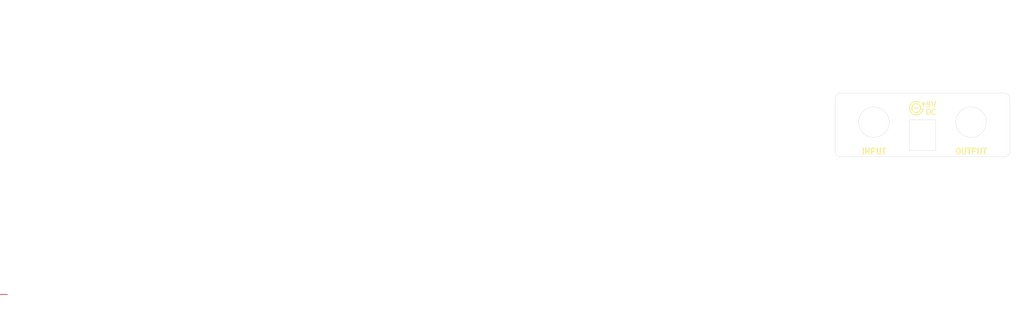
<source format=kicad_pcb>
(kicad_pcb (version 20171130) (host pcbnew "(5.1.2)-2")

  (general
    (thickness 1.6)
    (drawings 58)
    (tracks 1)
    (zones 0)
    (modules 1)
    (nets 1)
  )

  (page A4)
  (layers
    (0 F.Cu signal)
    (31 B.Cu signal)
    (32 B.Adhes user)
    (33 F.Adhes user)
    (34 B.Paste user)
    (35 F.Paste user)
    (36 B.SilkS user)
    (37 F.SilkS user)
    (38 B.Mask user)
    (39 F.Mask user)
    (40 Dwgs.User user)
    (41 Cmts.User user)
    (42 Eco1.User user)
    (43 Eco2.User user)
    (44 Edge.Cuts user)
    (45 Margin user)
    (46 B.CrtYd user)
    (47 F.CrtYd user)
    (48 B.Fab user)
    (49 F.Fab user)
  )

  (setup
    (last_trace_width 0.25)
    (user_trace_width 0.3)
    (user_trace_width 0.4)
    (user_trace_width 0.5)
    (user_trace_width 0.75)
    (user_trace_width 1)
    (user_trace_width 0.3)
    (user_trace_width 0.4)
    (user_trace_width 0.5)
    (user_trace_width 0.75)
    (user_trace_width 1)
    (user_trace_width 2)
    (user_trace_width 3)
    (user_trace_width 0.25)
    (user_trace_width 0.5)
    (user_trace_width 0.75)
    (user_trace_width 1)
    (user_trace_width 1.5)
    (user_trace_width 2)
    (user_trace_width 0.3)
    (user_trace_width 0.4)
    (user_trace_width 0.5)
    (user_trace_width 0.75)
    (user_trace_width 1)
    (trace_clearance 0.2)
    (zone_clearance 0.508)
    (zone_45_only no)
    (trace_min 0.2)
    (via_size 0.8)
    (via_drill 0.4)
    (via_min_size 0.4)
    (via_min_drill 0.3)
    (uvia_size 0.3)
    (uvia_drill 0.1)
    (uvias_allowed no)
    (uvia_min_size 0.2)
    (uvia_min_drill 0.1)
    (edge_width 0.1)
    (segment_width 0.2)
    (pcb_text_width 0.3)
    (pcb_text_size 1.5 1.5)
    (mod_edge_width 0.15)
    (mod_text_size 1 1)
    (mod_text_width 0.15)
    (pad_size 3.2 3.2)
    (pad_drill 3.2)
    (pad_to_mask_clearance 0.05)
    (aux_axis_origin 0 0)
    (grid_origin 84 50)
    (visible_elements 7FFFFFFF)
    (pcbplotparams
      (layerselection 0x010f0_ffffffff)
      (usegerberextensions false)
      (usegerberattributes false)
      (usegerberadvancedattributes false)
      (creategerberjobfile false)
      (excludeedgelayer true)
      (linewidth 0.100000)
      (plotframeref false)
      (viasonmask false)
      (mode 1)
      (useauxorigin true)
      (hpglpennumber 1)
      (hpglpenspeed 20)
      (hpglpendiameter 15.000000)
      (psnegative false)
      (psa4output false)
      (plotreference true)
      (plotvalue true)
      (plotinvisibletext false)
      (padsonsilk false)
      (subtractmaskfromsilk true)
      (outputformat 1)
      (mirror false)
      (drillshape 0)
      (scaleselection 1)
      (outputdirectory "ds1_15_top2/"))
  )

  (net 0 "")

  (net_class Default "これはデフォルトのネット クラスです。"
    (clearance 0.2)
    (trace_width 0.25)
    (via_dia 0.8)
    (via_drill 0.4)
    (uvia_dia 0.3)
    (uvia_drill 0.1)
  )

  (module myFoot:9VDC (layer F.Cu) (tedit 0) (tstamp 5ECF705F)
    (at 120.5 93)
    (fp_text reference G*** (at 0 0) (layer F.SilkS) hide
      (effects (font (size 1.524 1.524) (thickness 0.3)))
    )
    (fp_text value LOGO (at 0.75 0) (layer F.SilkS) hide
      (effects (font (size 1.524 1.524) (thickness 0.3)))
    )
    (fp_poly (pts (xy -1.312334 0.1905) (xy -3.196167 0.1905) (xy -3.196167 -0.232834) (xy -1.312334 -0.232834)
      (xy -1.312334 0.1905)) (layer F.SilkS) (width 0.01))
    (fp_poly (pts (xy 0.479778 -1.728611) (xy 1.213555 -1.728611) (xy 1.213555 -1.305278) (xy 0.479778 -1.305278)
      (xy 0.479778 -0.5715) (xy 0.056444 -0.5715) (xy 0.056444 -1.305278) (xy -0.677334 -1.305278)
      (xy -0.677334 -1.728611) (xy 0.056444 -1.728611) (xy 0.056444 -2.462389) (xy 0.479778 -2.462389)
      (xy 0.479778 -1.728611)) (layer F.SilkS) (width 0.01))
    (fp_poly (pts (xy 3.542098 -2.566459) (xy 3.546234 -2.55117) (xy 3.553574 -2.524653) (xy 3.563461 -2.489251)
      (xy 3.575239 -2.447309) (xy 3.588254 -2.401171) (xy 3.595888 -2.374195) (xy 3.612643 -2.315061)
      (xy 3.631659 -2.247954) (xy 3.651414 -2.178236) (xy 3.67039 -2.11127) (xy 3.687067 -2.052421)
      (xy 3.687338 -2.051464) (xy 3.748691 -1.834933) (xy 3.806376 -1.631277) (xy 3.860307 -1.440803)
      (xy 3.873704 -1.393472) (xy 3.89004 -1.335808) (xy 3.90773 -1.273448) (xy 3.925594 -1.210551)
      (xy 3.942449 -1.151272) (xy 3.957117 -1.099769) (xy 3.962065 -1.082422) (xy 3.973931 -1.040275)
      (xy 3.98436 -1.002133) (xy 3.992745 -0.970311) (xy 3.998477 -0.947124) (xy 4.000948 -0.934888)
      (xy 4.000997 -0.934256) (xy 4.001244 -0.931197) (xy 4.00185 -0.929772) (xy 4.003014 -0.93065)
      (xy 4.004935 -0.934497) (xy 4.007814 -0.941982) (xy 4.01185 -0.953772) (xy 4.017241 -0.970533)
      (xy 4.024189 -0.992935) (xy 4.032892 -1.021644) (xy 4.043551 -1.057329) (xy 4.056364 -1.100656)
      (xy 4.071531 -1.152293) (xy 4.089251 -1.212908) (xy 4.109726 -1.283168) (xy 4.133153 -1.363741)
      (xy 4.159732 -1.455294) (xy 4.189663 -1.558496) (xy 4.223146 -1.674013) (xy 4.254811 -1.783292)
      (xy 4.490413 -2.596445) (xy 4.8895 -2.596445) (xy 4.8895 -2.547859) (xy 4.882664 -2.484985)
      (xy 4.87247 -2.447317) (xy 4.863334 -2.419009) (xy 4.851698 -2.382333) (xy 4.83918 -2.342416)
      (xy 4.829342 -2.310695) (xy 4.816294 -2.268518) (xy 4.801837 -2.222019) (xy 4.788029 -2.17781)
      (xy 4.779908 -2.151945) (xy 4.767774 -2.113198) (xy 4.753592 -2.067567) (xy 4.739413 -2.021673)
      (xy 4.730671 -1.993195) (xy 4.719735 -1.957734) (xy 4.709322 -1.924473) (xy 4.700638 -1.897232)
      (xy 4.695052 -1.880306) (xy 4.69024 -1.865606) (xy 4.682021 -1.839705) (xy 4.671112 -1.804897)
      (xy 4.65823 -1.763476) (xy 4.644093 -1.717737) (xy 4.6355 -1.689806) (xy 4.620959 -1.642601)
      (xy 4.607254 -1.598368) (xy 4.5951 -1.559401) (xy 4.585216 -1.527995) (xy 4.578317 -1.506444)
      (xy 4.575947 -1.499306) (xy 4.570054 -1.481427) (xy 4.561275 -1.453865) (xy 4.550817 -1.420438)
      (xy 4.540329 -1.386417) (xy 4.527358 -1.344222) (xy 4.51296 -1.297704) (xy 4.499188 -1.253483)
      (xy 4.491092 -1.227667) (xy 4.478943 -1.18894) (xy 4.464711 -1.143334) (xy 4.450455 -1.097457)
      (xy 4.441624 -1.068917) (xy 4.41891 -0.995556) (xy 4.399953 -0.934834) (xy 4.384839 -0.887012)
      (xy 4.373648 -0.852355) (xy 4.370592 -0.843139) (xy 4.364828 -0.825247) (xy 4.356212 -0.79766)
      (xy 4.345931 -0.764208) (xy 4.335631 -0.73025) (xy 4.32528 -0.696113) (xy 4.315871 -0.66549)
      (xy 4.308431 -0.641699) (xy 4.303988 -0.62806) (xy 4.303948 -0.627945) (xy 4.299521 -0.614509)
      (xy 4.292007 -0.590888) (xy 4.282449 -0.560389) (xy 4.271892 -0.526322) (xy 4.271682 -0.525639)
      (xy 4.259818 -0.48729) (xy 4.247678 -0.448315) (xy 4.236816 -0.413684) (xy 4.229813 -0.391584)
      (xy 4.214031 -0.342195) (xy 4.001912 -0.340328) (xy 3.948652 -0.340033) (xy 3.900088 -0.340097)
      (xy 3.857977 -0.34049) (xy 3.824074 -0.341186) (xy 3.800136 -0.342153) (xy 3.787918 -0.343364)
      (xy 3.786726 -0.343856) (xy 3.783534 -0.352446) (xy 3.777253 -0.371547) (xy 3.768852 -0.398155)
      (xy 3.761103 -0.423334) (xy 3.750747 -0.456996) (xy 3.740809 -0.488694) (xy 3.732649 -0.514119)
      (xy 3.728806 -0.525639) (xy 3.722204 -0.545771) (xy 3.713324 -0.574164) (xy 3.703814 -0.605524)
      (xy 3.701346 -0.613834) (xy 3.690363 -0.650767) (xy 3.678113 -0.691604) (xy 3.667119 -0.727937)
      (xy 3.666414 -0.73025) (xy 3.661815 -0.745326) (xy 3.657278 -0.760176) (xy 3.652367 -0.776221)
      (xy 3.646645 -0.79488) (xy 3.639676 -0.817575) (xy 3.631024 -0.845725) (xy 3.620251 -0.88075)
      (xy 3.606922 -0.92407) (xy 3.590601 -0.977106) (xy 3.57085 -1.041276) (xy 3.555827 -1.090084)
      (xy 3.540873 -1.138733) (xy 3.52555 -1.1887) (xy 3.510995 -1.236264) (xy 3.498348 -1.277708)
      (xy 3.488898 -1.308806) (xy 3.476671 -1.34905) (xy 3.460713 -1.401325) (xy 3.440936 -1.465914)
      (xy 3.417255 -1.5431) (xy 3.389582 -1.633165) (xy 3.357831 -1.736393) (xy 3.353712 -1.749778)
      (xy 3.340427 -1.79298) (xy 3.327698 -1.834456) (xy 3.314473 -1.877643) (xy 3.299699 -1.925979)
      (xy 3.282324 -1.982902) (xy 3.273804 -2.010834) (xy 3.262001 -2.049387) (xy 3.24838 -2.093658)
      (xy 3.235329 -2.135893) (xy 3.231444 -2.148417) (xy 3.219134 -2.188191) (xy 3.205448 -2.232639)
      (xy 3.19277 -2.274007) (xy 3.189111 -2.286) (xy 3.177266 -2.324476) (xy 3.163474 -2.368662)
      (xy 3.150148 -2.410848) (xy 3.146081 -2.423584) (xy 3.133507 -2.468379) (xy 3.124502 -2.5118)
      (xy 3.120454 -2.545292) (xy 3.11744 -2.596445) (xy 3.534289 -2.596445) (xy 3.542098 -2.566459)) (layer F.SilkS) (width 0.01))
    (fp_poly (pts (xy 2.211548 -2.621288) (xy 2.251202 -2.620462) (xy 2.285662 -2.619135) (xy 2.312518 -2.617306)
      (xy 2.329357 -2.614975) (xy 2.333882 -2.613063) (xy 2.342509 -2.607543) (xy 2.361369 -2.599559)
      (xy 2.387108 -2.590462) (xy 2.400653 -2.586178) (xy 2.427714 -2.577327) (xy 2.448744 -2.569293)
      (xy 2.460729 -2.563287) (xy 2.462389 -2.56141) (xy 2.467993 -2.554856) (xy 2.482428 -2.54428)
      (xy 2.495903 -2.535922) (xy 2.51786 -2.522296) (xy 2.537367 -2.507855) (xy 2.556918 -2.490266)
      (xy 2.579011 -2.467197) (xy 2.606143 -2.436312) (xy 2.62022 -2.419767) (xy 2.673092 -2.34758)
      (xy 2.718327 -2.264948) (xy 2.756077 -2.171463) (xy 2.786496 -2.066712) (xy 2.809739 -1.950286)
      (xy 2.818294 -1.890889) (xy 2.827082 -1.803849) (xy 2.832569 -1.708351) (xy 2.834859 -1.607163)
      (xy 2.834055 -1.503052) (xy 2.830262 -1.398786) (xy 2.823583 -1.297132) (xy 2.814122 -1.200858)
      (xy 2.801982 -1.11273) (xy 2.787267 -1.035517) (xy 2.786032 -1.030111) (xy 2.772955 -0.977662)
      (xy 2.757385 -0.921495) (xy 2.741063 -0.867643) (xy 2.726942 -0.8255) (xy 2.714978 -0.795723)
      (xy 2.698018 -0.758266) (xy 2.678115 -0.717238) (xy 2.657323 -0.676748) (xy 2.637696 -0.640904)
      (xy 2.621287 -0.613816) (xy 2.620651 -0.612858) (xy 2.60688 -0.593525) (xy 2.588682 -0.56971)
      (xy 2.568046 -0.54381) (xy 2.546963 -0.518218) (xy 2.527424 -0.495329) (xy 2.511418 -0.477537)
      (xy 2.500938 -0.467237) (xy 2.498265 -0.465633) (xy 2.491156 -0.461233) (xy 2.477446 -0.450002)
      (xy 2.467233 -0.440889) (xy 2.446684 -0.423781) (xy 2.425976 -0.40922) (xy 2.418508 -0.404894)
      (xy 2.398999 -0.393139) (xy 2.383159 -0.381006) (xy 2.36948 -0.371996) (xy 2.347516 -0.361241)
      (xy 2.326051 -0.352595) (xy 2.303221 -0.343792) (xy 2.286194 -0.336249) (xy 2.278944 -0.331831)
      (xy 2.270836 -0.327716) (xy 2.252775 -0.321511) (xy 2.228509 -0.31449) (xy 2.226028 -0.313829)
      (xy 2.193643 -0.307707) (xy 2.150164 -0.30301) (xy 2.098536 -0.299755) (xy 2.041704 -0.297963)
      (xy 1.982614 -0.29765) (xy 1.924213 -0.298837) (xy 1.869445 -0.301541) (xy 1.821257 -0.305781)
      (xy 1.785307 -0.311047) (xy 1.754666 -0.317315) (xy 1.729481 -0.323298) (xy 1.712807 -0.328217)
      (xy 1.707696 -0.330782) (xy 1.69954 -0.335429) (xy 1.681447 -0.342493) (xy 1.657065 -0.350574)
      (xy 1.652764 -0.351886) (xy 1.601611 -0.367295) (xy 1.601611 -0.776111) (xy 1.640416 -0.776111)
      (xy 1.662752 -0.774871) (xy 1.676487 -0.771576) (xy 1.679222 -0.768685) (xy 1.685172 -0.762343)
      (xy 1.700888 -0.752422) (xy 1.723165 -0.740908) (xy 1.726847 -0.739178) (xy 1.750367 -0.727884)
      (xy 1.768459 -0.718466) (xy 1.777635 -0.712753) (xy 1.778 -0.712367) (xy 1.787912 -0.706571)
      (xy 1.808906 -0.698962) (xy 1.838198 -0.690356) (xy 1.873007 -0.681568) (xy 1.91055 -0.673415)
      (xy 1.911579 -0.67321) (xy 1.97565 -0.664964) (xy 2.016959 -0.665707) (xy 2.041167 -0.669278)
      (xy 2.069968 -0.675467) (xy 2.100224 -0.683339) (xy 2.128792 -0.691955) (xy 2.152535 -0.700377)
      (xy 2.16831 -0.707668) (xy 2.173111 -0.71233) (xy 2.178672 -0.718666) (xy 2.193139 -0.729506)
      (xy 2.210153 -0.740495) (xy 2.233823 -0.75731) (xy 2.255021 -0.776396) (xy 2.264833 -0.787845)
      (xy 2.281521 -0.810237) (xy 2.29985 -0.833371) (xy 2.302812 -0.836946) (xy 2.322072 -0.864238)
      (xy 2.343146 -0.901185) (xy 2.364086 -0.94384) (xy 2.382941 -0.98826) (xy 2.396547 -1.026584)
      (xy 2.402788 -1.048727) (xy 2.410092 -1.078258) (xy 2.4179 -1.112434) (xy 2.425651 -1.148516)
      (xy 2.432785 -1.18376) (xy 2.438742 -1.215427) (xy 2.442963 -1.240774) (xy 2.444887 -1.25706)
      (xy 2.444561 -1.261608) (xy 2.438837 -1.258823) (xy 2.427273 -1.249115) (xy 2.425548 -1.247497)
      (xy 2.39306 -1.218557) (xy 2.363603 -1.197405) (xy 2.331746 -1.180538) (xy 2.303729 -1.168867)
      (xy 2.277433 -1.15811) (xy 2.256346 -1.148384) (xy 2.243878 -1.141303) (xy 2.242157 -1.139713)
      (xy 2.233532 -1.136998) (xy 2.213479 -1.134874) (xy 2.184483 -1.133331) (xy 2.149029 -1.132356)
      (xy 2.1096 -1.131937) (xy 2.068683 -1.132061) (xy 2.028761 -1.132718) (xy 1.99232 -1.133894)
      (xy 1.961845 -1.135578) (xy 1.93982 -1.137758) (xy 1.928731 -1.140421) (xy 1.927928 -1.141236)
      (xy 1.920672 -1.14944) (xy 1.917854 -1.150056) (xy 1.902163 -1.152653) (xy 1.878756 -1.159344)
      (xy 1.852218 -1.168476) (xy 1.82713 -1.178398) (xy 1.808079 -1.187457) (xy 1.801038 -1.19216)
      (xy 1.785718 -1.20383) (xy 1.765085 -1.216588) (xy 1.759589 -1.21957) (xy 1.728185 -1.240368)
      (xy 1.694032 -1.270155) (xy 1.660706 -1.305302) (xy 1.63178 -1.342184) (xy 1.618623 -1.362607)
      (xy 1.607348 -1.379043) (xy 1.599967 -1.388132) (xy 1.58961 -1.404201) (xy 1.576639 -1.430824)
      (xy 1.56223 -1.464959) (xy 1.547556 -1.503568) (xy 1.533793 -1.54361) (xy 1.522115 -1.582046)
      (xy 1.516101 -1.605139) (xy 1.510881 -1.627994) (xy 1.506881 -1.648724) (xy 1.503952 -1.669667)
      (xy 1.501944 -1.693165) (xy 1.500708 -1.721556) (xy 1.500095 -1.75718) (xy 1.499955 -1.802378)
      (xy 1.500121 -1.855611) (xy 1.500408 -1.908727) (xy 1.878498 -1.908727) (xy 1.879473 -1.835241)
      (xy 1.892798 -1.760867) (xy 1.918125 -1.687847) (xy 1.943429 -1.637656) (xy 1.960847 -1.613802)
      (xy 1.985438 -1.587851) (xy 2.01281 -1.563868) (xy 2.038569 -1.545918) (xy 2.047606 -1.541263)
      (xy 2.066318 -1.532362) (xy 2.078921 -1.525166) (xy 2.0814 -1.523087) (xy 2.094937 -1.514389)
      (xy 2.118414 -1.508281) (xy 2.14784 -1.505106) (xy 2.179223 -1.505209) (xy 2.208571 -1.508934)
      (xy 2.218153 -1.51131) (xy 2.23685 -1.517553) (xy 2.24896 -1.523059) (xy 2.250722 -1.524473)
      (xy 2.258674 -1.530242) (xy 2.274679 -1.53939) (xy 2.283264 -1.543867) (xy 2.323694 -1.571554)
      (xy 2.360814 -1.610973) (xy 2.393033 -1.65985) (xy 2.41876 -1.715912) (xy 2.431323 -1.755414)
      (xy 2.439307 -1.799658) (xy 2.43987 -1.846746) (xy 2.432933 -1.900401) (xy 2.427681 -1.926167)
      (xy 2.406705 -2.001675) (xy 2.379538 -2.068296) (xy 2.346856 -2.125021) (xy 2.309337 -2.170841)
      (xy 2.267657 -2.204746) (xy 2.228103 -2.223914) (xy 2.210931 -2.231388) (xy 2.200275 -2.238927)
      (xy 2.199827 -2.239531) (xy 2.190225 -2.244102) (xy 2.171884 -2.246649) (xy 2.149456 -2.247228)
      (xy 2.127596 -2.245896) (xy 2.110958 -2.242708) (xy 2.104319 -2.238375) (xy 2.096311 -2.230164)
      (xy 2.093092 -2.229556) (xy 2.076991 -2.225143) (xy 2.05444 -2.213557) (xy 2.029282 -2.197277)
      (xy 2.005359 -2.178784) (xy 1.987004 -2.161113) (xy 1.954512 -2.121647) (xy 1.930297 -2.084986)
      (xy 1.911711 -2.046149) (xy 1.896105 -2.000153) (xy 1.890224 -1.979084) (xy 1.878498 -1.908727)
      (xy 1.500408 -1.908727) (xy 1.500421 -1.910961) (xy 1.500893 -1.954572) (xy 1.501736 -1.988817)
      (xy 1.503154 -2.016067) (xy 1.505348 -2.038695) (xy 1.508518 -2.059073) (xy 1.512867 -2.079574)
      (xy 1.518595 -2.102569) (xy 1.522282 -2.116667) (xy 1.552071 -2.209285) (xy 1.590328 -2.293925)
      (xy 1.636236 -2.369114) (xy 1.688982 -2.433377) (xy 1.707767 -2.451952) (xy 1.727768 -2.470681)
      (xy 1.746349 -2.488097) (xy 1.754763 -2.495992) (xy 1.771342 -2.508767) (xy 1.793892 -2.522866)
      (xy 1.804867 -2.528806) (xy 1.82739 -2.541371) (xy 1.846931 -2.55411) (xy 1.853559 -2.559282)
      (xy 1.867517 -2.567446) (xy 1.890836 -2.577102) (xy 1.919146 -2.586502) (xy 1.927643 -2.588924)
      (xy 1.954807 -2.597102) (xy 1.976562 -2.605033) (xy 1.989401 -2.611384) (xy 1.991173 -2.61304)
      (xy 1.999643 -2.61572) (xy 2.019804 -2.6179) (xy 2.049244 -2.619579) (xy 2.08555 -2.620758)
      (xy 2.12631 -2.621435) (xy 2.169114 -2.621612) (xy 2.211548 -2.621288)) (layer F.SilkS) (width 0.01))
    (fp_poly (pts (xy -2.159857 -1.808564) (xy -2.076648 -1.804853) (xy -2.001864 -1.798238) (xy -1.93275 -1.788359)
      (xy -1.866547 -1.774859) (xy -1.800498 -1.757378) (xy -1.762623 -1.745739) (xy -1.731198 -1.735969)
      (xy -1.703985 -1.72809) (xy -1.684227 -1.723006) (xy -1.675805 -1.721556) (xy -1.662986 -1.718779)
      (xy -1.643121 -1.711705) (xy -1.63121 -1.706655) (xy -1.584835 -1.685914) (xy -1.54916 -1.670249)
      (xy -1.522099 -1.658756) (xy -1.502834 -1.651018) (xy -1.480736 -1.641055) (xy -1.461176 -1.630045)
      (xy -1.4605 -1.629594) (xy -1.445827 -1.620813) (xy -1.422898 -1.608293) (xy -1.396154 -1.594444)
      (xy -1.390435 -1.591576) (xy -1.362847 -1.576965) (xy -1.337674 -1.562144) (xy -1.319677 -1.549943)
      (xy -1.317574 -1.54825) (xy -1.302003 -1.536975) (xy -1.289832 -1.531239) (xy -1.288331 -1.531056)
      (xy -1.279038 -1.526845) (xy -1.260966 -1.515286) (xy -1.23624 -1.497988) (xy -1.206983 -1.47656)
      (xy -1.175319 -1.452614) (xy -1.143374 -1.427758) (xy -1.11327 -1.403602) (xy -1.087133 -1.381756)
      (xy -1.067086 -1.36383) (xy -1.064884 -1.361722) (xy -1.043584 -1.341398) (xy -1.021386 -1.320647)
      (xy -1.015341 -1.315093) (xy -0.982783 -1.28354) (xy -0.945363 -1.24427) (xy -0.90649 -1.201002)
      (xy -0.869573 -1.15745) (xy -0.860707 -1.146528) (xy -0.841411 -1.122617) (xy -0.825413 -1.102992)
      (xy -0.814763 -1.090154) (xy -0.811598 -1.086556) (xy -0.805926 -1.078267) (xy -0.798411 -1.064696)
      (xy -0.787115 -1.046621) (xy -0.772333 -1.027342) (xy -0.771079 -1.02589) (xy -0.755607 -1.004582)
      (xy -0.742974 -0.981401) (xy -0.742683 -0.980722) (xy -0.734761 -0.963799) (xy -0.728525 -0.953377)
      (xy -0.727671 -0.9525) (xy -0.720425 -0.943575) (xy -0.709498 -0.926771) (xy -0.697326 -0.906293)
      (xy -0.686346 -0.886341) (xy -0.678993 -0.87112) (xy -0.677307 -0.865601) (xy -0.673802 -0.854694)
      (xy -0.665106 -0.837817) (xy -0.661951 -0.832556) (xy -0.647421 -0.807918) (xy -0.633592 -0.782388)
      (xy -0.622267 -0.759543) (xy -0.615255 -0.742957) (xy -0.613863 -0.737318) (xy -0.611164 -0.728206)
      (xy -0.603921 -0.709355) (xy -0.593373 -0.683896) (xy -0.585541 -0.665764) (xy -0.572467 -0.634229)
      (xy -0.561131 -0.603761) (xy -0.553233 -0.579067) (xy -0.551133 -0.570501) (xy -0.546249 -0.549363)
      (xy -0.538613 -0.520054) (xy -0.529626 -0.487891) (xy -0.526691 -0.477854) (xy -0.505347 -0.394136)
      (xy -0.489573 -0.305097) (xy -0.479104 -0.208532) (xy -0.473674 -0.10224) (xy -0.472722 -0.028222)
      (xy -0.47507 0.085438) (xy -0.482289 0.187964) (xy -0.494643 0.281557) (xy -0.512398 0.36842)
      (xy -0.526691 0.421409) (xy -0.535814 0.453363) (xy -0.544036 0.484165) (xy -0.549954 0.508499)
      (xy -0.551133 0.514056) (xy -0.556726 0.534204) (xy -0.56659 0.56243) (xy -0.579025 0.59403)
      (xy -0.585541 0.609319) (xy -0.597542 0.637344) (xy -0.607023 0.660747) (xy -0.612746 0.676394)
      (xy -0.613863 0.680873) (xy -0.617214 0.691649) (xy -0.62602 0.710948) (xy -0.638474 0.735195)
      (xy -0.652771 0.760813) (xy -0.661951 0.776111) (xy -0.671671 0.793712) (xy -0.676976 0.8071)
      (xy -0.677307 0.80938) (xy -0.681051 0.819876) (xy -0.69109 0.838923) (xy -0.705681 0.863469)
      (xy -0.72308 0.890468) (xy -0.726854 0.896055) (xy -0.735124 0.909402) (xy -0.745482 0.927536)
      (xy -0.746268 0.928968) (xy -0.758842 0.949836) (xy -0.776881 0.977168) (xy -0.797706 1.007173)
      (xy -0.818638 1.036063) (xy -0.836999 1.060047) (xy -0.84862 1.073785) (xy -0.861044 1.088211)
      (xy -0.868429 1.098918) (xy -0.868869 1.099941) (xy -0.874601 1.10799) (xy -0.88803 1.123846)
      (xy -0.907018 1.145199) (xy -0.929428 1.169737) (xy -0.953121 1.195147) (xy -0.975961 1.219119)
      (xy -0.99581 1.23934) (xy -1.01053 1.253498) (xy -1.012348 1.255118) (xy -1.031588 1.272896)
      (xy -1.051714 1.292827) (xy -1.054759 1.295996) (xy -1.074902 1.315437) (xy -1.097489 1.334892)
      (xy -1.101841 1.338329) (xy -1.15663 1.380385) (xy -1.201338 1.414078) (xy -1.236786 1.440002)
      (xy -1.263797 1.45875) (xy -1.283193 1.470915) (xy -1.29206 1.475552) (xy -1.309695 1.484968)
      (xy -1.32129 1.493622) (xy -1.32258 1.495232) (xy -1.330763 1.501773) (xy -1.34851 1.512555)
      (xy -1.372659 1.525715) (xy -1.385187 1.532124) (xy -1.41321 1.546549) (xy -1.438284 1.560126)
      (xy -1.456321 1.570616) (xy -1.4605 1.573342) (xy -1.479782 1.584471) (xy -1.495657 1.591099)
      (xy -1.510648 1.596708) (xy -1.53422 1.606513) (xy -1.562203 1.61867) (xy -1.590425 1.631335)
      (xy -1.614714 1.642664) (xy -1.6309 1.650814) (xy -1.631502 1.65115) (xy -1.648279 1.657167)
      (xy -1.656196 1.65816) (xy -1.667443 1.66035) (xy -1.688978 1.666244) (xy -1.717746 1.674952)
      (xy -1.75069 1.685586) (xy -1.75198 1.686016) (xy -1.787609 1.697358) (xy -1.821747 1.707308)
      (xy -1.850354 1.714743) (xy -1.868397 1.718406) (xy -1.889014 1.721554) (xy -1.919105 1.72647)
      (xy -1.954255 1.73242) (xy -1.982611 1.737356) (xy -2.024355 1.743111) (xy -2.076444 1.747801)
      (xy -2.135778 1.751366) (xy -2.199256 1.753748) (xy -2.263779 1.754887) (xy -2.326247 1.754726)
      (xy -2.38356 1.753204) (xy -2.432618 1.750263) (xy -2.465917 1.746543) (xy -2.528126 1.737037)
      (xy -2.578729 1.728935) (xy -2.620102 1.721749) (xy -2.654622 1.714993) (xy -2.684667 1.708179)
      (xy -2.712614 1.70082) (xy -2.74084 1.69243) (xy -2.760366 1.686224) (xy -2.793634 1.67566)
      (xy -2.822388 1.666906) (xy -2.843789 1.660799) (xy -2.854999 1.658177) (xy -2.85556 1.658136)
      (xy -2.865833 1.655299) (xy -2.885167 1.647921) (xy -2.909906 1.63757) (xy -2.936393 1.625818)
      (xy -2.96097 1.614236) (xy -2.977445 1.605797) (xy -2.997592 1.597229) (xy -3.018014 1.591282)
      (xy -3.033555 1.586583) (xy -3.040864 1.581665) (xy -3.040945 1.581213) (xy -3.046826 1.576055)
      (xy -3.062716 1.566187) (xy -3.085979 1.55317) (xy -3.106209 1.542522) (xy -3.145441 1.521486)
      (xy -3.185868 1.498278) (xy -3.224687 1.474653) (xy -3.25909 1.452363) (xy -3.286273 1.433164)
      (xy -3.302294 1.41993) (xy -3.31608 1.408864) (xy -3.32662 1.404061) (xy -3.326849 1.404055)
      (xy -3.336371 1.3995) (xy -3.351251 1.387958) (xy -3.359033 1.380839) (xy -3.380391 1.361615)
      (xy -3.403227 1.342958) (xy -3.408242 1.339181) (xy -3.425149 1.325203) (xy -3.4491 1.303339)
      (xy -3.477902 1.275799) (xy -3.509365 1.244797) (xy -3.541296 1.212542) (xy -3.571504 1.181248)
      (xy -3.597797 1.153126) (xy -3.617984 1.130387) (xy -3.629279 1.116123) (xy -3.641903 1.099237)
      (xy -3.651819 1.088534) (xy -3.655162 1.086555) (xy -3.661819 1.081042) (xy -3.672065 1.067169)
      (xy -3.676492 1.060097) (xy -3.690615 1.038588) (xy -3.705387 1.019119) (xy -3.708079 1.016)
      (xy -3.719326 1.001454) (xy -3.734646 0.979115) (xy -3.751034 0.953396) (xy -3.75373 0.948972)
      (xy -3.768144 0.925639) (xy -3.780042 0.907292) (xy -3.787378 0.897057) (xy -3.788356 0.896055)
      (xy -3.793413 0.888586) (xy -3.803079 0.871435) (xy -3.815715 0.847574) (xy -3.823392 0.832555)
      (xy -3.837695 0.805097) (xy -3.850729 0.781608) (xy -3.860525 0.765572) (xy -3.863588 0.761444)
      (xy -3.871824 0.747535) (xy -3.8735 0.739854) (xy -3.876477 0.728861) (xy -3.884362 0.709171)
      (xy -3.89559 0.684626) (xy -3.898283 0.679098) (xy -3.911425 0.649506) (xy -3.926668 0.610551)
      (xy -3.942916 0.565545) (xy -3.959075 0.517801) (xy -3.97405 0.470632) (xy -3.986747 0.42735)
      (xy -3.996072 0.391269) (xy -4.000274 0.370416) (xy -4.004437 0.345652) (xy -4.010465 0.312003)
      (xy -4.017457 0.274419) (xy -4.022731 0.246944) (xy -4.027574 0.220721) (xy -4.031328 0.196243)
      (xy -4.034128 0.171161) (xy -4.036109 0.143124) (xy -4.037405 0.109781) (xy -4.038152 0.068784)
      (xy -4.038485 0.017781) (xy -4.038544 -0.028222) (xy -4.038509 -0.047124) (xy -3.61925 -0.047124)
      (xy -3.618854 0.015904) (xy -3.616483 0.075962) (xy -3.61214 0.128815) (xy -3.6086 0.155222)
      (xy -3.603377 0.1836) (xy -3.595857 0.219328) (xy -3.586706 0.259729) (xy -3.576591 0.30213)
      (xy -3.566177 0.343854) (xy -3.556131 0.382228) (xy -3.547119 0.414576) (xy -3.539807 0.438222)
      (xy -3.535214 0.449885) (xy -3.521528 0.476449) (xy -3.508904 0.503462) (xy -3.498943 0.52722)
      (xy -3.493248 0.544023) (xy -3.4925 0.548557) (xy -3.489028 0.559537) (xy -3.479805 0.578802)
      (xy -3.466618 0.602709) (xy -3.462474 0.609713) (xy -3.446919 0.63574) (xy -3.432942 0.659362)
      (xy -3.42314 0.676183) (xy -3.421905 0.678353) (xy -3.392149 0.725977) (xy -3.35442 0.778536)
      (xy -3.311713 0.832086) (xy -3.267019 0.882679) (xy -3.266722 0.882997) (xy -3.247061 0.904606)
      (xy -3.228825 0.925637) (xy -3.218561 0.938242) (xy -3.205824 0.952098) (xy -3.195187 0.959277)
      (xy -3.193597 0.959555) (xy -3.184758 0.964608) (xy -3.170724 0.977682) (xy -3.158504 0.991305)
      (xy -3.142834 1.008459) (xy -3.12971 1.020037) (xy -3.123496 1.023177) (xy -3.113176 1.027994)
      (xy -3.099664 1.039514) (xy -3.098806 1.040407) (xy -3.085295 1.052288) (xy -3.063868 1.0686)
      (xy -3.038573 1.086297) (xy -3.031779 1.090805) (xy -3.008314 1.106517) (xy -2.989647 1.119648)
      (xy -2.978762 1.128073) (xy -2.977303 1.129575) (xy -2.969203 1.135525) (xy -2.952712 1.144514)
      (xy -2.942025 1.149669) (xy -2.916215 1.162688) (xy -2.888147 1.1784) (xy -2.8779 1.1846)
      (xy -2.856097 1.19718) (xy -2.836449 1.206799) (xy -2.828511 1.209777) (xy -2.81486 1.214614)
      (xy -2.792072 1.223607) (xy -2.763931 1.23524) (xy -2.747271 1.242331) (xy -2.714814 1.255377)
      (xy -2.682518 1.266816) (xy -2.655548 1.274874) (xy -2.646587 1.276912) (xy -2.617972 1.283111)
      (xy -2.585643 1.291206) (xy -2.569843 1.295598) (xy -2.504868 1.310954) (xy -2.430056 1.322569)
      (xy -2.349231 1.330229) (xy -2.26622 1.333723) (xy -2.184847 1.332836) (xy -2.108938 1.327355)
      (xy -2.076051 1.323104) (xy -2.037694 1.316529) (xy -1.996449 1.308235) (xy -1.959686 1.299732)
      (xy -1.950861 1.297428) (xy -1.920192 1.289448) (xy -1.890922 1.282378) (xy -1.868696 1.277572)
      (xy -1.866195 1.277108) (xy -1.842416 1.271248) (xy -1.814649 1.262204) (xy -1.802695 1.25761)
      (xy -1.779372 1.24806) (xy -1.748641 1.23549) (xy -1.716157 1.222213) (xy -1.707445 1.218654)
      (xy -1.66258 1.198875) (xy -1.61773 1.175848) (xy -1.568843 1.147393) (xy -1.531672 1.124116)
      (xy -1.508312 1.109247) (xy -1.485601 1.094915) (xy -1.477878 1.090083) (xy -1.454447 1.073766)
      (xy -1.423981 1.05004) (xy -1.389481 1.021416) (xy -1.353951 0.990403) (xy -1.320394 0.95951)
      (xy -1.311985 0.951441) (xy -1.285186 0.924867) (xy -1.258281 0.897163) (xy -1.233115 0.870348)
      (xy -1.211529 0.846443) (xy -1.195369 0.827466) (xy -1.186478 0.815438) (xy -1.185334 0.812707)
      (xy -1.18094 0.804844) (xy -1.1698 0.790868) (xy -1.162773 0.782975) (xy -1.145038 0.76151)
      (xy -1.128972 0.738586) (xy -1.125732 0.733217) (xy -1.112792 0.711638) (xy -1.097019 0.686622)
      (xy -1.090585 0.676773) (xy -1.077974 0.656219) (xy -1.062706 0.629069) (xy -1.046208 0.598147)
      (xy -1.029903 0.566279) (xy -1.015217 0.53629) (xy -1.003574 0.511004) (xy -0.996398 0.493247)
      (xy -0.994797 0.486833) (xy -0.991631 0.472975) (xy -0.985337 0.458219) (xy -0.974473 0.43376)
      (xy -0.962131 0.400439) (xy -0.949898 0.363169) (xy -0.939359 0.326862) (xy -0.932099 0.29643)
      (xy -0.930813 0.289278) (xy -0.926892 0.265689) (xy -0.921284 0.233195) (xy -0.914854 0.196766)
      (xy -0.910559 0.172861) (xy -0.902183 0.110979) (xy -0.897283 0.040121) (xy -0.895857 -0.035016)
      (xy -0.897906 -0.10973) (xy -0.90343 -0.179324) (xy -0.910559 -0.229306) (xy -0.91705 -0.265617)
      (xy -0.92328 -0.301311) (xy -0.928389 -0.331407) (xy -0.930735 -0.345837) (xy -0.936932 -0.374894)
      (xy -0.946946 -0.411037) (xy -0.95914 -0.44918) (xy -0.971877 -0.484238) (xy -0.98352 -0.511125)
      (xy -0.984647 -0.513334) (xy -0.991948 -0.530574) (xy -0.994797 -0.543278) (xy -0.998025 -0.554134)
      (xy -1.006713 -0.574484) (xy -1.019434 -0.601501) (xy -1.034764 -0.632362) (xy -1.051278 -0.664241)
      (xy -1.067553 -0.694313) (xy -1.082162 -0.719753) (xy -1.090585 -0.733218) (xy -1.105995 -0.757167)
      (xy -1.120793 -0.781247) (xy -1.125732 -0.789662) (xy -1.140183 -0.811433) (xy -1.158118 -0.834182)
      (xy -1.162773 -0.83942) (xy -1.17611 -0.854923) (xy -1.184206 -0.866299) (xy -1.185334 -0.869152)
      (xy -1.190181 -0.877796) (xy -1.203527 -0.894263) (xy -1.22358 -0.916725) (xy -1.248546 -0.943351)
      (xy -1.276633 -0.972313) (xy -1.306046 -1.001781) (xy -1.334993 -1.029924) (xy -1.361682 -1.054914)
      (xy -1.384318 -1.07492) (xy -1.397 -1.085136) (xy -1.418306 -1.101887) (xy -1.441553 -1.121173)
      (xy -1.448173 -1.126888) (xy -1.464922 -1.140326) (xy -1.478019 -1.148686) (xy -1.482101 -1.150056)
      (xy -1.491686 -1.154132) (xy -1.507393 -1.16445) (xy -1.515595 -1.170665) (xy -1.538917 -1.18708)
      (xy -1.565554 -1.203061) (xy -1.573389 -1.207182) (xy -1.596745 -1.219642) (xy -1.618182 -1.232288)
      (xy -1.624609 -1.236491) (xy -1.650857 -1.251564) (xy -1.688105 -1.268828) (xy -1.733606 -1.287294)
      (xy -1.784612 -1.305974) (xy -1.838374 -1.323881) (xy -1.892144 -1.340025) (xy -1.943175 -1.353419)
      (xy -1.961445 -1.357619) (xy -2.01983 -1.369838) (xy -2.069524 -1.378631) (xy -2.115323 -1.384516)
      (xy -2.162022 -1.388012) (xy -2.214418 -1.389639) (xy -2.260192 -1.389945) (xy -2.349727 -1.387241)
      (xy -2.434499 -1.379379) (xy -2.511494 -1.366728) (xy -2.57175 -1.351526) (xy -2.596095 -1.345154)
      (xy -2.617955 -1.341227) (xy -2.625831 -1.340632) (xy -2.640083 -1.337963) (xy -2.663575 -1.330823)
      (xy -2.692624 -1.32041) (xy -2.714025 -1.311926) (xy -2.746382 -1.298753) (xy -2.777169 -1.286527)
      (xy -2.802006 -1.276973) (xy -2.812414 -1.273176) (xy -2.837022 -1.263043) (xy -2.863943 -1.249775)
      (xy -2.872387 -1.245077) (xy -2.895635 -1.231655) (xy -2.913316 -1.221727) (xy -2.932033 -1.211641)
      (xy -2.949222 -1.202564) (xy -2.968857 -1.19095) (xy -2.984753 -1.179441) (xy -2.986383 -1.177996)
      (xy -3.002185 -1.166051) (xy -3.018133 -1.15661) (xy -3.034766 -1.146588) (xy -3.05624 -1.131676)
      (xy -3.069093 -1.121967) (xy -3.088368 -1.106975) (xy -3.104175 -1.094881) (xy -3.110636 -1.090084)
      (xy -3.134342 -1.071045) (xy -3.164929 -1.043319) (xy -3.200241 -1.009061) (xy -3.238125 -0.970422)
      (xy -3.276425 -0.929555) (xy -3.312987 -0.888612) (xy -3.317391 -0.883523) (xy -3.331423 -0.865888)
      (xy -3.350418 -0.840255) (xy -3.371675 -0.810468) (xy -3.39249 -0.780377) (xy -3.41016 -0.753826)
      (xy -3.421905 -0.734798) (xy -3.430555 -0.719873) (xy -3.443902 -0.697264) (xy -3.459349 -0.671367)
      (xy -3.462474 -0.666158) (xy -3.476448 -0.641606) (xy -3.486957 -0.62068) (xy -3.492213 -0.607022)
      (xy -3.4925 -0.605002) (xy -3.495555 -0.592894) (xy -3.503652 -0.572039) (xy -3.515188 -0.546139)
      (xy -3.52856 -0.518895) (xy -3.535214 -0.50633) (xy -3.540415 -0.492855) (xy -3.547918 -0.468261)
      (xy -3.557057 -0.435221) (xy -3.567167 -0.396412) (xy -3.577581 -0.354507) (xy -3.587633 -0.312182)
      (xy -3.596657 -0.272112) (xy -3.603986 -0.236971) (xy -3.6086 -0.211667) (xy -3.614123 -0.165144)
      (xy -3.617674 -0.108885) (xy -3.61925 -0.047124) (xy -4.038509 -0.047124) (xy -4.038432 -0.088227)
      (xy -4.038007 -0.136472) (xy -4.037134 -0.175307) (xy -4.035677 -0.207083) (xy -4.033502 -0.234149)
      (xy -4.030473 -0.258856) (xy -4.026455 -0.283553) (xy -4.022731 -0.303389) (xy -4.015605 -0.340693)
      (xy -4.008776 -0.377733) (xy -4.003144 -0.409558) (xy -4.000274 -0.426861) (xy -3.994305 -0.45511)
      (xy -3.984118 -0.493119) (xy -3.970808 -0.537575) (xy -3.955467 -0.585166) (xy -3.939192 -0.632578)
      (xy -3.923076 -0.6765) (xy -3.908215 -0.713618) (xy -3.898283 -0.735543) (xy -3.886543 -0.760629)
      (xy -3.877808 -0.781684) (xy -3.873647 -0.794866) (xy -3.8735 -0.796299) (xy -3.869086 -0.809943)
      (xy -3.863588 -0.817889) (xy -3.856146 -0.828901) (xy -3.844481 -0.849106) (xy -3.830565 -0.875019)
      (xy -3.823392 -0.889) (xy -3.80981 -0.915302) (xy -3.798279 -0.936538) (xy -3.790443 -0.949737)
      (xy -3.788295 -0.9525) (xy -3.78268 -0.959771) (xy -3.771806 -0.97617) (xy -3.757632 -0.998699)
      (xy -3.751364 -1.008945) (xy -3.735153 -1.03486) (xy -3.720122 -1.057518) (xy -3.708839 -1.073086)
      (xy -3.706415 -1.075972) (xy -3.694847 -1.0904) (xy -3.68041 -1.110589) (xy -3.674081 -1.12007)
      (xy -3.661995 -1.137218) (xy -3.652539 -1.148094) (xy -3.649386 -1.150104) (xy -3.642691 -1.155486)
      (xy -3.631827 -1.169015) (xy -3.626576 -1.176562) (xy -3.616916 -1.188652) (xy -3.599793 -1.207732)
      (xy -3.576961 -1.232043) (xy -3.550174 -1.259826) (xy -3.521186 -1.289324) (xy -3.491751 -1.318777)
      (xy -3.463625 -1.346428) (xy -3.438561 -1.370518) (xy -3.418313 -1.389288) (xy -3.404636 -1.40098)
      (xy -3.399621 -1.404056) (xy -3.391752 -1.408594) (xy -3.3774 -1.420347) (xy -3.363751 -1.432907)
      (xy -3.343765 -1.450165) (xy -3.324387 -1.463752) (xy -3.314347 -1.468875) (xy -3.300481 -1.475663)
      (xy -3.294945 -1.481622) (xy -3.289409 -1.488006) (xy -3.275003 -1.498977) (xy -3.257903 -1.510221)
      (xy -3.232617 -1.526117) (xy -3.202222 -1.545534) (xy -3.173903 -1.563873) (xy -3.150999 -1.57831)
      (xy -3.132347 -1.589096) (xy -3.12127 -1.594335) (xy -3.120112 -1.594556) (xy -3.110678 -1.597792)
      (xy -3.093708 -1.605879) (xy -3.073753 -1.616384) (xy -3.055365 -1.626875) (xy -3.043093 -1.634919)
      (xy -3.040945 -1.636871) (xy -3.032559 -1.641993) (xy -3.016403 -1.649053) (xy -3.012722 -1.650464)
      (xy -2.988338 -1.659902) (xy -2.962273 -1.670721) (xy -2.930322 -1.684702) (xy -2.905313 -1.695918)
      (xy -2.880328 -1.706483) (xy -2.857554 -1.714929) (xy -2.845341 -1.718557) (xy -2.830603 -1.722457)
      (xy -2.806171 -1.729524) (xy -2.775802 -1.738653) (xy -2.751667 -1.746101) (xy -2.682857 -1.765919)
      (xy -2.615703 -1.781549) (xy -2.547391 -1.793353) (xy -2.475107 -1.80169) (xy -2.396037 -1.80692)
      (xy -2.307368 -1.809403) (xy -2.25425 -1.809729) (xy -2.159857 -1.808564)) (layer F.SilkS) (width 0.01))
    (fp_poly (pts (xy 1.645708 0.084706) (xy 1.723841 0.08496) (xy 1.800865 0.085672) (xy 1.875478 0.086795)
      (xy 1.946377 0.088284) (xy 2.012261 0.090094) (xy 2.071827 0.092178) (xy 2.123773 0.094492)
      (xy 2.166796 0.09699) (xy 2.199596 0.099627) (xy 2.220868 0.102356) (xy 2.229285 0.105091)
      (xy 2.237935 0.109351) (xy 2.255805 0.113763) (xy 2.268361 0.11585) (xy 2.291953 0.119795)
      (xy 2.321725 0.125716) (xy 2.354677 0.132898) (xy 2.38781 0.140625) (xy 2.418124 0.148183)
      (xy 2.442622 0.154858) (xy 2.458304 0.159934) (xy 2.462389 0.16209) (xy 2.47026 0.166803)
      (xy 2.487881 0.174764) (xy 2.511734 0.184405) (xy 2.516631 0.186279) (xy 2.541043 0.196022)
      (xy 2.559657 0.204368) (xy 2.569072 0.20977) (xy 2.569548 0.210352) (xy 2.576474 0.215673)
      (xy 2.592775 0.225315) (xy 2.615168 0.237359) (xy 2.619375 0.239522) (xy 2.642138 0.251821)
      (xy 2.658978 0.262197) (xy 2.666791 0.268708) (xy 2.667 0.269327) (xy 2.672627 0.275923)
      (xy 2.686387 0.284803) (xy 2.688487 0.285915) (xy 2.704074 0.296763) (xy 2.726182 0.315706)
      (xy 2.752171 0.340108) (xy 2.779402 0.36733) (xy 2.805234 0.394734) (xy 2.82703 0.419682)
      (xy 2.842083 0.439436) (xy 2.856443 0.460931) (xy 2.869804 0.480781) (xy 2.873477 0.486195)
      (xy 2.887894 0.510398) (xy 2.905281 0.5442) (xy 2.923949 0.583876) (xy 2.942214 0.625703)
      (xy 2.958389 0.665958) (xy 2.970787 0.700918) (xy 2.970952 0.701433) (xy 2.997511 0.801135)
      (xy 3.016771 0.910976) (xy 3.028816 1.031611) (xy 3.03373 1.163699) (xy 3.033865 1.190348)
      (xy 3.029611 1.327404) (xy 3.016652 1.454019) (xy 2.994779 1.57102) (xy 2.963781 1.679231)
      (xy 2.923451 1.779479) (xy 2.873579 1.87259) (xy 2.852994 1.904904) (xy 2.839819 1.924943)
      (xy 2.829066 1.941716) (xy 2.825596 1.947345) (xy 2.81603 1.960479) (xy 2.799334 1.980732)
      (xy 2.778202 2.005091) (xy 2.755328 2.030546) (xy 2.733405 2.054083) (xy 2.715126 2.072692)
      (xy 2.705868 2.081234) (xy 2.687731 2.09728) (xy 2.671777 2.112569) (xy 2.67059 2.113793)
      (xy 2.656084 2.126587) (xy 2.635819 2.14184) (xy 2.62643 2.148244) (xy 2.609323 2.160331)
      (xy 2.598466 2.169646) (xy 2.596444 2.172685) (xy 2.590555 2.177779) (xy 2.574944 2.187005)
      (xy 2.5527 2.198571) (xy 2.547055 2.201333) (xy 2.523732 2.213221) (xy 2.506346 2.223235)
      (xy 2.497987 2.229562) (xy 2.497666 2.230295) (xy 2.491571 2.235046) (xy 2.475413 2.243083)
      (xy 2.452388 2.252852) (xy 2.446514 2.255159) (xy 2.421803 2.265124) (xy 2.402634 2.273609)
      (xy 2.392486 2.279054) (xy 2.391833 2.279657) (xy 2.382922 2.284239) (xy 2.363242 2.290779)
      (xy 2.335861 2.298475) (xy 2.303849 2.306526) (xy 2.270277 2.314132) (xy 2.238212 2.320491)
      (xy 2.229555 2.322001) (xy 2.203502 2.327203) (xy 2.183109 2.332819) (xy 2.17222 2.337759)
      (xy 2.171608 2.338426) (xy 2.164237 2.340296) (xy 2.144571 2.341971) (xy 2.112348 2.343458)
      (xy 2.067301 2.344762) (xy 2.009168 2.34589) (xy 1.937682 2.346849) (xy 1.85258 2.347645)
      (xy 1.767678 2.348208) (xy 1.368778 2.350444) (xy 1.368778 1.961444) (xy 1.749778 1.961444)
      (xy 1.890889 1.961444) (xy 1.942767 1.961098) (xy 1.983569 1.960089) (xy 2.012477 1.958456)
      (xy 2.028669 1.956241) (xy 2.032 1.954389) (xy 2.038262 1.949984) (xy 2.05392 1.947521)
      (xy 2.060437 1.947333) (xy 2.080761 1.945547) (xy 2.108793 1.940763) (xy 2.141119 1.933842)
      (xy 2.174323 1.925644) (xy 2.204991 1.917031) (xy 2.229708 1.908863) (xy 2.24506 1.902)
      (xy 2.247474 1.900184) (xy 2.258991 1.892047) (xy 2.278734 1.881063) (xy 2.297327 1.872001)
      (xy 2.320713 1.860361) (xy 2.34012 1.849058) (xy 2.34927 1.84231) (xy 2.360095 1.832408)
      (xy 2.378126 1.816311) (xy 2.399922 1.797082) (xy 2.405596 1.792111) (xy 2.445746 1.753072)
      (xy 2.477968 1.711975) (xy 2.494765 1.685317) (xy 2.506021 1.668898) (xy 2.513302 1.659868)
      (xy 2.525762 1.640898) (xy 2.540394 1.611072) (xy 2.556127 1.57327) (xy 2.57189 1.530369)
      (xy 2.586615 1.485247) (xy 2.59923 1.440783) (xy 2.607079 1.407641) (xy 2.614878 1.36857)
      (xy 2.620307 1.334892) (xy 2.623777 1.302216) (xy 2.625699 1.266152) (xy 2.626483 1.222312)
      (xy 2.626573 1.199404) (xy 2.626329 1.151804) (xy 2.625188 1.114042) (xy 2.622746 1.081856)
      (xy 2.618599 1.050983) (xy 2.612345 1.017158) (xy 2.60688 0.991208) (xy 2.590042 0.925571)
      (xy 2.568729 0.861554) (xy 2.544331 0.802672) (xy 2.518235 0.752439) (xy 2.503618 0.729709)
      (xy 2.468961 0.685892) (xy 2.429204 0.644406) (xy 2.387471 0.608061) (xy 2.346887 0.579666)
      (xy 2.322297 0.566667) (xy 2.29992 0.555815) (xy 2.282042 0.545555) (xy 2.274786 0.540127)
      (xy 2.263629 0.534317) (xy 2.241893 0.526933) (xy 2.212913 0.518774) (xy 2.18002 0.51064)
      (xy 2.146548 0.503328) (xy 2.115828 0.497638) (xy 2.091194 0.494368) (xy 2.081844 0.493889)
      (xy 2.063758 0.492294) (xy 2.052968 0.48833) (xy 2.05199 0.486994) (xy 2.044436 0.484593)
      (xy 2.024515 0.482117) (xy 1.993973 0.479698) (xy 1.954554 0.477472) (xy 1.908 0.475572)
      (xy 1.899708 0.475297) (xy 1.749778 0.470495) (xy 1.749778 1.961444) (xy 1.368778 1.961444)
      (xy 1.368778 0.084666) (xy 1.645708 0.084706)) (layer F.SilkS) (width 0.01))
    (fp_poly (pts (xy 4.314463 0.064552) (xy 4.364188 0.065829) (xy 4.407023 0.067754) (xy 4.43997 0.070325)
      (xy 4.445642 0.070983) (xy 4.480352 0.075885) (xy 4.516246 0.081837) (xy 4.550417 0.088252)
      (xy 4.579956 0.094542) (xy 4.601955 0.100119) (xy 4.613506 0.104395) (xy 4.614333 0.105074)
      (xy 4.622276 0.109249) (xy 4.640077 0.116389) (xy 4.664177 0.125086) (xy 4.669014 0.126743)
      (xy 4.720166 0.144126) (xy 4.720166 0.578555) (xy 4.68108 0.578555) (xy 4.644692 0.574128)
      (xy 4.60921 0.562231) (xy 4.580323 0.544945) (xy 4.574319 0.539549) (xy 4.563701 0.533245)
      (xy 4.54334 0.524382) (xy 4.516983 0.514539) (xy 4.506849 0.511094) (xy 4.480183 0.501841)
      (xy 4.459033 0.493706) (xy 4.446711 0.487994) (xy 4.445 0.486686) (xy 4.436969 0.48336)
      (xy 4.418167 0.4785) (xy 4.391748 0.472862) (xy 4.371975 0.469138) (xy 4.325121 0.462238)
      (xy 4.282376 0.459774) (xy 4.235199 0.461287) (xy 4.230864 0.461574) (xy 4.187805 0.465345)
      (xy 4.151158 0.470186) (xy 4.122886 0.47572) (xy 4.104954 0.481569) (xy 4.099278 0.486885)
      (xy 4.093089 0.491501) (xy 4.077732 0.49617) (xy 4.072819 0.497164) (xy 4.054056 0.502075)
      (xy 4.030743 0.510175) (xy 4.006545 0.519906) (xy 3.985128 0.52971) (xy 3.970157 0.538026)
      (xy 3.965222 0.542934) (xy 3.959503 0.548783) (xy 3.945384 0.557122) (xy 3.941743 0.558916)
      (xy 3.918352 0.573417) (xy 3.888599 0.597054) (xy 3.854802 0.62784) (xy 3.819275 0.663784)
      (xy 3.817894 0.665255) (xy 3.797362 0.688049) (xy 3.78009 0.709779) (xy 3.762122 0.735633)
      (xy 3.749942 0.754377) (xy 3.741061 0.76795) (xy 3.729467 0.785343) (xy 3.729079 0.78592)
      (xy 3.705545 0.827478) (xy 3.682734 0.880012) (xy 3.661631 0.940387) (xy 3.643219 1.005472)
      (xy 3.628482 1.072131) (xy 3.618405 1.137232) (xy 3.618197 1.139028) (xy 3.613957 1.201167)
      (xy 3.61434 1.269062) (xy 3.618952 1.339336) (xy 3.627398 1.408616) (xy 3.639281 1.473527)
      (xy 3.654208 1.530695) (xy 3.668631 1.569861) (xy 3.679489 1.595575) (xy 3.68938 1.620679)
      (xy 3.692929 1.630421) (xy 3.706354 1.659661) (xy 3.727563 1.694807) (xy 3.754417 1.733225)
      (xy 3.784777 1.772279) (xy 3.816503 1.809334) (xy 3.847457 1.841755) (xy 3.875499 1.866907)
      (xy 3.89643 1.881125) (xy 3.910031 1.889905) (xy 3.915831 1.896986) (xy 3.915833 1.897081)
      (xy 3.921727 1.902364) (xy 3.936916 1.911248) (xy 3.957659 1.921924) (xy 3.980217 1.932587)
      (xy 4.000849 1.94143) (xy 4.015816 1.946647) (xy 4.019877 1.947333) (xy 4.029103 1.951558)
      (xy 4.029898 1.952902) (xy 4.039001 1.959311) (xy 4.059393 1.966185) (xy 4.08829 1.972965)
      (xy 4.122908 1.97909) (xy 4.160463 1.984) (xy 4.19817 1.987135) (xy 4.20084 1.987279)
      (xy 4.245149 1.988622) (xy 4.283652 1.987229) (xy 4.323276 1.982627) (xy 4.359895 1.976416)
      (xy 4.392024 1.97005) (xy 4.418801 1.963929) (xy 4.437312 1.958773) (xy 4.444562 1.955463)
      (xy 4.452986 1.950144) (xy 4.470626 1.942695) (xy 4.487333 1.936834) (xy 4.518577 1.925725)
      (xy 4.545436 1.914364) (xy 4.564595 1.904259) (xy 4.572 1.898305) (xy 4.579706 1.892518)
      (xy 4.595817 1.882619) (xy 4.60993 1.874595) (xy 4.642579 1.860555) (xy 4.676166 1.855695)
      (xy 4.68225 1.855611) (xy 4.720166 1.855611) (xy 4.720166 2.060222) (xy 4.719947 2.117868)
      (xy 4.719318 2.167823) (xy 4.71832 2.20879) (xy 4.716994 2.239475) (xy 4.715383 2.258583)
      (xy 4.713615 2.264833) (xy 4.703771 2.269329) (xy 4.69646 2.275436) (xy 4.684659 2.283187)
      (xy 4.663659 2.293666) (xy 4.637636 2.305139) (xy 4.610766 2.315871) (xy 4.587225 2.324129)
      (xy 4.57119 2.328179) (xy 4.56906 2.328333) (xy 4.559294 2.331581) (xy 4.557889 2.334629)
      (xy 4.551222 2.33975) (xy 4.532544 2.34621) (xy 4.503837 2.353541) (xy 4.467087 2.361273)
      (xy 4.424276 2.368937) (xy 4.390366 2.374217) (xy 4.358505 2.377605) (xy 4.315921 2.3803)
      (xy 4.265564 2.382284) (xy 4.210385 2.383539) (xy 4.153334 2.384046) (xy 4.097362 2.383788)
      (xy 4.045418 2.382745) (xy 4.000453 2.380901) (xy 3.965418 2.378236) (xy 3.954639 2.376906)
      (xy 3.925038 2.371853) (xy 3.8926 2.365118) (xy 3.860482 2.357508) (xy 3.831836 2.349832)
      (xy 3.809819 2.342898) (xy 3.797585 2.337514) (xy 3.796304 2.336338) (xy 3.787106 2.32987)
      (xy 3.774722 2.325027) (xy 3.754305 2.317911) (xy 3.729425 2.307738) (xy 3.704089 2.296341)
      (xy 3.682301 2.285556) (xy 3.668067 2.277216) (xy 3.665361 2.274947) (xy 3.655131 2.266507)
      (xy 3.638151 2.255086) (xy 3.632083 2.251374) (xy 3.595108 2.225672) (xy 3.553737 2.190819)
      (xy 3.510845 2.149756) (xy 3.469311 2.105423) (xy 3.432014 2.060762) (xy 3.401831 2.018711)
      (xy 3.39725 2.011442) (xy 3.388433 1.997819) (xy 3.376556 1.980256) (xy 3.375645 1.978937)
      (xy 3.342786 1.923938) (xy 3.311559 1.856893) (xy 3.282707 1.779838) (xy 3.256972 1.694809)
      (xy 3.235098 1.603843) (xy 3.230326 1.580444) (xy 3.225025 1.545214) (xy 3.220434 1.498618)
      (xy 3.216622 1.443387) (xy 3.21366 1.382249) (xy 3.211615 1.317937) (xy 3.210558 1.25318)
      (xy 3.210559 1.190709) (xy 3.211686 1.133255) (xy 3.214008 1.083546) (xy 3.216857 1.050458)
      (xy 3.234937 0.927163) (xy 3.260488 0.814196) (xy 3.29431 0.709449) (xy 3.337204 0.610815)
      (xy 3.389971 0.516187) (xy 3.453411 0.423457) (xy 3.456734 0.419022) (xy 3.480238 0.390203)
      (xy 3.509462 0.358011) (xy 3.541937 0.324809) (xy 3.575194 0.292964) (xy 3.606764 0.264838)
      (xy 3.634178 0.242798) (xy 3.654872 0.229256) (xy 3.669162 0.220438) (xy 3.675872 0.213483)
      (xy 3.675944 0.213002) (xy 3.681729 0.20727) (xy 3.696845 0.197543) (xy 3.716514 0.186724)
      (xy 3.73796 0.175307) (xy 3.753941 0.166128) (xy 3.760611 0.161498) (xy 3.771871 0.153544)
      (xy 3.793142 0.143149) (xy 3.82091 0.131894) (xy 3.845278 0.123387) (xy 3.866892 0.11577)
      (xy 3.882452 0.109146) (xy 3.887611 0.105867) (xy 3.896488 0.101445) (xy 3.916192 0.095466)
      (xy 3.943623 0.08865) (xy 3.975682 0.081716) (xy 4.009269 0.075384) (xy 4.039305 0.070647)
      (xy 4.067414 0.067981) (xy 4.106621 0.065979) (xy 4.153926 0.064637) (xy 4.206334 0.063954)
      (xy 4.260845 0.063926) (xy 4.314463 0.064552)) (layer F.SilkS) (width 0.01))
    (fp_poly (pts (xy -2.174762 -2.644724) (xy -2.105332 -2.642494) (xy -2.043346 -2.638872) (xy -2.00025 -2.634825)
      (xy -1.958573 -2.63003) (xy -1.915143 -2.625171) (xy -1.875428 -2.620852) (xy -1.847824 -2.61797)
      (xy -1.810627 -2.612773) (xy -1.763209 -2.603951) (xy -1.708757 -2.592274) (xy -1.650459 -2.578511)
      (xy -1.591502 -2.563432) (xy -1.535075 -2.547808) (xy -1.484364 -2.532406) (xy -1.4605 -2.524461)
      (xy -1.42615 -2.512784) (xy -1.394109 -2.502292) (xy -1.368155 -2.494199) (xy -1.353018 -2.489943)
      (xy -1.334692 -2.484027) (xy -1.308311 -2.473715) (xy -1.278479 -2.460848) (xy -1.266452 -2.455324)
      (xy -1.239286 -2.442995) (xy -1.216462 -2.43337) (xy -1.2013 -2.427813) (xy -1.197545 -2.426984)
      (xy -1.187158 -2.423669) (xy -1.168859 -2.415176) (xy -1.150056 -2.405224) (xy -1.123605 -2.391212)
      (xy -1.09693 -2.37823) (xy -1.082406 -2.371838) (xy -1.060203 -2.361653) (xy -1.034093 -2.347982)
      (xy -1.006964 -2.332567) (xy -0.981708 -2.317153) (xy -0.961213 -2.303483) (xy -0.94837 -2.293302)
      (xy -0.94548 -2.289201) (xy -0.949022 -2.279793) (xy -0.958297 -2.262547) (xy -0.969959 -2.24334)
      (xy -0.982645 -2.222561) (xy -0.991568 -2.2063) (xy -0.994653 -2.198602) (xy -0.998387 -2.190156)
      (xy -1.008151 -2.173242) (xy -1.022061 -2.151075) (xy -1.026584 -2.144149) (xy -1.041317 -2.121061)
      (xy -1.052417 -2.102288) (xy -1.058009 -2.091047) (xy -1.058334 -2.089657) (xy -1.062012 -2.080502)
      (xy -1.071327 -2.064544) (xy -1.076991 -2.055915) (xy -1.09013 -2.035172) (xy -1.106071 -2.008028)
      (xy -1.12014 -1.982611) (xy -1.132718 -1.95954) (xy -1.143068 -1.941423) (xy -1.14914 -1.93184)
      (xy -1.149451 -1.931469) (xy -1.157373 -1.932241) (xy -1.173373 -1.939424) (xy -1.192732 -1.950691)
      (xy -1.213856 -1.963419) (xy -1.230854 -1.972344) (xy -1.239336 -1.975375) (xy -1.249134 -1.978753)
      (xy -1.267316 -1.98748) (xy -1.290116 -1.999735) (xy -1.292253 -2.000941) (xy -1.322601 -2.016952)
      (xy -1.355786 -2.032666) (xy -1.379361 -2.042581) (xy -1.407998 -2.053673) (xy -1.442286 -2.06709)
      (xy -1.474611 -2.079853) (xy -1.511723 -2.09384) (xy -1.554912 -2.108919) (xy -1.600966 -2.124088)
      (xy -1.646673 -2.138345) (xy -1.688822 -2.15069) (xy -1.724201 -2.16012) (xy -1.749599 -2.165634)
      (xy -1.749778 -2.165663) (xy -1.772217 -2.169602) (xy -1.804134 -2.175502) (xy -1.841168 -2.182545)
      (xy -1.876778 -2.189482) (xy -2.035361 -2.213759) (xy -2.197146 -2.224899) (xy -2.360226 -2.222916)
      (xy -2.522692 -2.207828) (xy -2.666663 -2.183085) (xy -2.700138 -2.176304) (xy -2.729766 -2.170805)
      (xy -2.752113 -2.167192) (xy -2.76311 -2.166056) (xy -2.775332 -2.163921) (xy -2.797972 -2.158067)
      (xy -2.82809 -2.14932) (xy -2.862743 -2.138507) (xy -2.872808 -2.135238) (xy -2.908835 -2.123565)
      (xy -2.941711 -2.113155) (xy -2.96828 -2.10499) (xy -2.985389 -2.100051) (xy -2.987783 -2.099444)
      (xy -3.007507 -2.093343) (xy -3.03146 -2.084118) (xy -3.038936 -2.080873) (xy -3.065472 -2.068938)
      (xy -3.093877 -2.05616) (xy -3.10053 -2.053167) (xy -3.120638 -2.044851) (xy -3.136026 -2.039781)
      (xy -3.14029 -2.039056) (xy -3.149792 -2.036002) (xy -3.168705 -2.027769) (xy -3.193949 -2.015747)
      (xy -3.212997 -2.006202) (xy -3.242714 -1.991045) (xy -3.269966 -1.977189) (xy -3.290838 -1.966623)
      (xy -3.298472 -1.962789) (xy -3.317337 -1.952376) (xy -3.34038 -1.938352) (xy -3.349979 -1.932143)
      (xy -3.368432 -1.920673) (xy -3.382303 -1.913402) (xy -3.386586 -1.912056) (xy -3.394295 -1.908317)
      (xy -3.410945 -1.898272) (xy -3.433898 -1.883678) (xy -3.460513 -1.86629) (xy -3.488152 -1.847864)
      (xy -3.514174 -1.830158) (xy -3.535941 -1.814928) (xy -3.550813 -1.80393) (xy -3.556 -1.799319)
      (xy -3.564197 -1.792736) (xy -3.57935 -1.783818) (xy -3.580695 -1.783115) (xy -3.598686 -1.77114)
      (xy -3.618962 -1.753959) (xy -3.626176 -1.746852) (xy -3.641965 -1.732144) (xy -3.654937 -1.723021)
      (xy -3.65929 -1.721556) (xy -3.670247 -1.716427) (xy -3.677309 -1.709209) (xy -3.68801 -1.69753)
      (xy -3.704885 -1.681679) (xy -3.71475 -1.67312) (xy -3.733078 -1.657026) (xy -3.755942 -1.635957)
      (xy -3.781286 -1.611931) (xy -3.807054 -1.586965) (xy -3.831189 -1.563078) (xy -3.851635 -1.542288)
      (xy -3.866336 -1.526613) (xy -3.873234 -1.518071) (xy -3.8735 -1.51733) (xy -3.878266 -1.51016)
      (xy -3.890663 -1.496677) (xy -3.90525 -1.482426) (xy -3.921927 -1.466037) (xy -3.933426 -1.453285)
      (xy -3.937 -1.447611) (xy -3.941433 -1.440213) (xy -3.953036 -1.425755) (xy -3.96875 -1.407972)
      (xy -3.984957 -1.389178) (xy -3.996398 -1.373733) (xy -4.0005 -1.3653) (xy -4.005392 -1.355448)
      (xy -4.01724 -1.342664) (xy -4.017976 -1.342017) (xy -4.029368 -1.329518) (xy -4.04552 -1.308511)
      (xy -4.063803 -1.28251) (xy -4.07371 -1.267517) (xy -4.090702 -1.241867) (xy -4.105517 -1.220758)
      (xy -4.116129 -1.207013) (xy -4.119734 -1.203412) (xy -4.126689 -1.192845) (xy -4.1275 -1.187347)
      (xy -4.131565 -1.174693) (xy -4.14161 -1.15773) (xy -4.144309 -1.154045) (xy -4.1537 -1.13951)
      (xy -4.167805 -1.114914) (xy -4.185237 -1.082923) (xy -4.204613 -1.046201) (xy -4.224546 -1.007411)
      (xy -4.243652 -0.96922) (xy -4.260544 -0.934291) (xy -4.273837 -0.905289) (xy -4.274829 -0.903015)
      (xy -4.286774 -0.875959) (xy -4.298914 -0.849181) (xy -4.304815 -0.836522) (xy -4.313086 -0.816168)
      (xy -4.317673 -0.7992) (xy -4.318 -0.795602) (xy -4.321114 -0.779757) (xy -4.327598 -0.763414)
      (xy -4.336619 -0.74253) (xy -4.347616 -0.712793) (xy -4.359202 -0.678496) (xy -4.369989 -0.643928)
      (xy -4.378592 -0.613379) (xy -4.383622 -0.591142) (xy -4.383934 -0.589139) (xy -4.38787 -0.568102)
      (xy -4.394403 -0.539531) (xy -4.402155 -0.509433) (xy -4.402549 -0.508) (xy -4.414262 -0.464077)
      (xy -4.4238 -0.424257) (xy -4.431409 -0.386272) (xy -4.437334 -0.347857) (xy -4.441822 -0.306747)
      (xy -4.445117 -0.260674) (xy -4.447466 -0.207373) (xy -4.449113 -0.144577) (xy -4.450305 -0.070021)
      (xy -4.450344 -0.067028) (xy -4.451106 0.008905) (xy -4.451193 0.072988) (xy -4.450453 0.127474)
      (xy -4.448734 0.174614) (xy -4.445885 0.216661) (xy -4.441756 0.255866) (xy -4.436194 0.294481)
      (xy -4.429049 0.334759) (xy -4.420477 0.377472) (xy -4.408002 0.436103) (xy -4.39709 0.484307)
      (xy -4.386848 0.525552) (xy -4.376383 0.563306) (xy -4.364801 0.601038) (xy -4.356003 0.627944)
      (xy -4.345004 0.661423) (xy -4.334909 0.692982) (xy -4.32706 0.718385) (xy -4.323616 0.73025)
      (xy -4.314662 0.757136) (xy -4.300189 0.793713) (xy -4.281463 0.837302) (xy -4.259752 0.885219)
      (xy -4.23632 0.934784) (xy -4.212434 0.983315) (xy -4.189361 1.028132) (xy -4.168367 1.066554)
      (xy -4.151509 1.094675) (xy -4.138899 1.115518) (xy -4.130204 1.13232) (xy -4.1275 1.14041)
      (xy -4.123343 1.150097) (xy -4.121499 1.151231) (xy -4.114186 1.158498) (xy -4.101553 1.175412)
      (xy -4.085369 1.199421) (xy -4.067406 1.227971) (xy -4.061586 1.237624) (xy -4.047413 1.258564)
      (xy -4.032513 1.277055) (xy -4.016819 1.296323) (xy -4.00318 1.315861) (xy -3.990783 1.333605)
      (xy -3.979111 1.347286) (xy -3.978773 1.347611) (xy -3.96984 1.357204) (xy -3.954301 1.374967)
      (xy -3.934515 1.398172) (xy -3.917271 1.418752) (xy -3.886466 1.453927) (xy -3.848531 1.494356)
      (xy -3.806363 1.537194) (xy -3.762856 1.579597) (xy -3.720908 1.61872) (xy -3.683414 1.651719)
      (xy -3.663597 1.667916) (xy -3.642932 1.684715) (xy -3.627455 1.698449) (xy -3.619854 1.706698)
      (xy -3.6195 1.707629) (xy -3.613699 1.713607) (xy -3.599657 1.721003) (xy -3.598844 1.721344)
      (xy -3.579381 1.732385) (xy -3.56533 1.744325) (xy -3.553978 1.754283) (xy -3.533957 1.769278)
      (xy -3.508579 1.786891) (xy -3.4925 1.79749) (xy -3.466913 1.814321) (xy -3.446012 1.828637)
      (xy -3.432515 1.838544) (xy -3.42898 1.841753) (xy -3.420768 1.847507) (xy -3.404166 1.855612)
      (xy -3.395466 1.859264) (xy -3.377622 1.86733) (xy -3.366896 1.873964) (xy -3.3655 1.87593)
      (xy -3.359352 1.88171) (xy -3.342239 1.892131) (xy -3.316156 1.906258) (xy -3.2831 1.923152)
      (xy -3.245066 1.941877) (xy -3.204051 1.961497) (xy -3.162051 1.981073) (xy -3.121062 1.999669)
      (xy -3.083079 2.016349) (xy -3.0501 2.030174) (xy -3.024119 2.040209) (xy -3.007133 2.045515)
      (xy -3.002971 2.046111) (xy -2.987464 2.048723) (xy -2.98062 2.052361) (xy -2.969694 2.058042)
      (xy -2.947414 2.066308) (xy -2.916152 2.076468) (xy -2.87828 2.08783) (xy -2.836169 2.099703)
      (xy -2.79219 2.111395) (xy -2.748716 2.122214) (xy -2.712861 2.130442) (xy -2.659979 2.141764)
      (xy -2.613809 2.150957) (xy -2.571998 2.158214) (xy -2.532197 2.163728) (xy -2.492052 2.167693)
      (xy -2.449213 2.1703) (xy -2.401328 2.171743) (xy -2.346045 2.172214) (xy -2.281013 2.171907)
      (xy -2.216128 2.171175) (xy -2.150723 2.170297) (xy -2.097463 2.169441) (xy -2.054385 2.168465)
      (xy -2.019523 2.167228) (xy -1.990913 2.165587) (xy -1.96659 2.163402) (xy -1.944591 2.160531)
      (xy -1.922949 2.156832) (xy -1.899702 2.152163) (xy -1.87325 2.146463) (xy -1.833403 2.137829)
      (xy -1.794457 2.129491) (xy -1.760457 2.122307) (xy -1.735447 2.117139) (xy -1.732139 2.116475)
      (xy -1.709042 2.110965) (xy -1.676742 2.10206) (xy -1.639382 2.090953) (xy -1.601102 2.078837)
      (xy -1.598084 2.077846) (xy -1.562676 2.066332) (xy -1.530601 2.056155) (xy -1.505 2.048294)
      (xy -1.489013 2.043728) (xy -1.487241 2.043295) (xy -1.472412 2.03838) (xy -1.448977 2.02894)
      (xy -1.421008 2.016654) (xy -1.408296 2.010769) (xy -1.381506 1.998479) (xy -1.359351 1.988907)
      (xy -1.345033 1.98341) (xy -1.341747 1.982611) (xy -1.332976 1.979344) (xy -1.315121 1.970595)
      (xy -1.291316 1.957937) (xy -1.278564 1.950861) (xy -1.252951 1.936868) (xy -1.231711 1.926024)
      (xy -1.218 1.919906) (xy -1.215011 1.919111) (xy -1.205956 1.915581) (xy -1.188589 1.906263)
      (xy -1.166425 1.893062) (xy -1.163111 1.890995) (xy -1.137787 1.87561) (xy -1.114107 1.86208)
      (xy -1.097116 1.853286) (xy -1.096859 1.853169) (xy -1.078543 1.843267) (xy -1.065109 1.833396)
      (xy -1.052843 1.823658) (xy -1.034239 1.811124) (xy -1.026584 1.806397) (xy -0.996461 1.786867)
      (xy -0.96036 1.761283) (xy -0.922804 1.733021) (xy -0.888312 1.705455) (xy -0.868035 1.688041)
      (xy -0.849842 1.672479) (xy -0.835542 1.661639) (xy -0.828797 1.658055) (xy -0.820763 1.653415)
      (xy -0.807242 1.6417) (xy -0.800573 1.635125) (xy -0.787743 1.622258) (xy -0.76713 1.601893)
      (xy -0.741091 1.576344) (xy -0.711981 1.547927) (xy -0.696002 1.532385) (xy -0.668374 1.505306)
      (xy -0.644705 1.481641) (xy -0.626689 1.463122) (xy -0.616023 1.451483) (xy -0.613834 1.4484)
      (xy -0.609462 1.441499) (xy -0.597908 1.427085) (xy -0.581516 1.408059) (xy -0.578561 1.404737)
      (xy -0.552475 1.375494) (xy -0.533959 1.354564) (xy -0.521164 1.339753) (xy -0.512237 1.328868)
      (xy -0.505331 1.319714) (xy -0.498593 1.310099) (xy -0.497961 1.309179) (xy -0.485858 1.291906)
      (xy -0.469343 1.26878) (xy -0.454913 1.248833) (xy -0.438682 1.225694) (xy -0.424651 1.2042)
      (xy -0.416806 1.190744) (xy -0.405675 1.172166) (xy -0.395691 1.158994) (xy -0.379279 1.138141)
      (xy -0.366517 1.117016) (xy -0.36012 1.100286) (xy -0.359834 1.097387) (xy -0.356834 1.087829)
      (xy -0.354184 1.086555) (xy -0.347886 1.080855) (xy -0.33824 1.066365) (xy -0.332783 1.056569)
      (xy -0.321023 1.034327) (xy -0.310317 1.014311) (xy -0.307409 1.008944) (xy -0.290135 0.976285)
      (xy -0.273118 0.942379) (xy -0.257619 0.909943) (xy -0.244898 0.881693) (xy -0.236219 0.860346)
      (xy -0.232841 0.848616) (xy -0.232834 0.84835) (xy -0.229693 0.833723) (xy -0.226599 0.828675)
      (xy -0.220756 0.818617) (xy -0.211684 0.798939) (xy -0.200851 0.773328) (xy -0.189725 0.745471)
      (xy -0.179774 0.719055) (xy -0.172467 0.697765) (xy -0.169271 0.685289) (xy -0.169234 0.684635)
      (xy -0.167049 0.673802) (xy -0.161213 0.652865) (xy -0.152669 0.625059) (xy -0.144514 0.600023)
      (xy -0.133397 0.565031) (xy -0.123326 0.530335) (xy -0.11569 0.500871) (xy -0.11274 0.487134)
      (xy -0.108284 0.462991) (xy -0.102181 0.430214) (xy -0.095407 0.394033) (xy -0.091629 0.373944)
      (xy -0.080089 0.305687) (xy -0.070347 0.234177) (xy -0.062856 0.163669) (xy -0.058072 0.098418)
      (xy -0.056445 0.04414) (xy -0.056445 -0.028222) (xy 0.368934 -0.028222) (xy 0.3649 0.093486)
      (xy 0.355263 0.254374) (xy 0.337105 0.406094) (xy 0.310025 0.551017) (xy 0.273623 0.691514)
      (xy 0.25259 0.758472) (xy 0.241507 0.79242) (xy 0.231896 0.822913) (xy 0.224763 0.846689)
      (xy 0.221112 0.860488) (xy 0.221055 0.860778) (xy 0.215903 0.87843) (xy 0.20567 0.906436)
      (xy 0.191376 0.942428) (xy 0.174045 0.984039) (xy 0.1547 1.028899) (xy 0.134361 1.074642)
      (xy 0.114053 1.118898) (xy 0.094797 1.159301) (xy 0.077617 1.193481) (xy 0.076341 1.195916)
      (xy 0.048644 1.247592) (xy 0.023789 1.29196) (xy 0.002758 1.327322) (xy -0.013465 1.35198)
      (xy -0.016255 1.355752) (xy -0.027884 1.372694) (xy -0.034611 1.385776) (xy -0.035278 1.388766)
      (xy -0.03939 1.400299) (xy -0.045401 1.409266) (xy -0.063281 1.43196) (xy -0.080378 1.454913)
      (xy -0.094546 1.475095) (xy -0.103636 1.489477) (xy -0.105834 1.494568) (xy -0.110195 1.502801)
      (xy -0.121229 1.517033) (xy -0.127748 1.524493) (xy -0.144065 1.543636) (xy -0.158045 1.56188)
      (xy -0.161079 1.566333) (xy -0.17178 1.58118) (xy -0.189438 1.603901) (xy -0.211768 1.631705)
      (xy -0.236483 1.661806) (xy -0.261298 1.691413) (xy -0.283926 1.717738) (xy -0.299454 1.735145)
      (xy -0.352665 1.792216) (xy -0.40039 1.841136) (xy -0.445735 1.884948) (xy -0.491803 1.926695)
      (xy -0.518117 1.949488) (xy -0.547927 1.975145) (xy -0.574552 1.998416) (xy -0.59584 2.017393)
      (xy -0.609639 2.03017) (xy -0.613171 2.033764) (xy -0.624581 2.043517) (xy -0.631324 2.046111)
      (xy -0.639946 2.050525) (xy -0.65544 2.06208) (xy -0.673853 2.07775) (xy -0.692982 2.093869)
      (xy -0.708803 2.105304) (xy -0.717628 2.1095) (xy -0.728645 2.114275) (xy -0.738795 2.122787)
      (xy -0.750097 2.132195) (xy -0.770483 2.147038) (xy -0.797018 2.165358) (xy -0.826768 2.185193)
      (xy -0.856799 2.204586) (xy -0.884176 2.221575) (xy -0.903928 2.233083) (xy -0.926658 2.245617)
      (xy -0.95243 2.259777) (xy -0.95993 2.263887) (xy -0.980043 2.275774) (xy -0.995855 2.28665)
      (xy -1.000187 2.290345) (xy -1.013422 2.298658) (xy -1.020277 2.300111) (xy -1.030718 2.303434)
      (xy -1.049926 2.312325) (xy -1.074523 2.325165) (xy -1.086556 2.331861) (xy -1.112354 2.345942)
      (xy -1.13415 2.35682) (xy -1.148629 2.362882) (xy -1.151914 2.363611) (xy -1.162187 2.366554)
      (xy -1.18156 2.374412) (xy -1.206546 2.38573) (xy -1.217423 2.390945) (xy -1.24505 2.404006)
      (xy -1.26978 2.414991) (xy -1.287469 2.422083) (xy -1.291167 2.423291) (xy -1.30444 2.427552)
      (xy -1.327754 2.435512) (xy -1.357884 2.446053) (xy -1.391605 2.458059) (xy -1.393472 2.45873)
      (xy -1.428589 2.471093) (xy -1.461585 2.482253) (xy -1.488752 2.490984) (xy -1.506361 2.496054)
      (xy -1.523694 2.500419) (xy -1.551159 2.507487) (xy -1.585249 2.516347) (xy -1.622456 2.526091)
      (xy -1.629834 2.528033) (xy -1.683942 2.540918) (xy -1.748534 2.554063) (xy -1.820006 2.566857)
      (xy -1.894759 2.578692) (xy -1.969189 2.588956) (xy -2.033486 2.596405) (xy -2.071313 2.599208)
      (xy -2.120117 2.60115) (xy -2.176791 2.602253) (xy -2.238228 2.602541) (xy -2.301322 2.602035)
      (xy -2.362967 2.60076) (xy -2.420055 2.598738) (xy -2.469479 2.595992) (xy -2.504722 2.592934)
      (xy -2.546296 2.587887) (xy -2.591411 2.581689) (xy -2.633219 2.575308) (xy -2.652889 2.571971)
      (xy -2.689254 2.565722) (xy -2.72713 2.559632) (xy -2.759866 2.554759) (xy -2.767981 2.553654)
      (xy -2.789569 2.549823) (xy -2.82082 2.542973) (xy -2.859167 2.533791) (xy -2.90204 2.522966)
      (xy -2.946872 2.511187) (xy -2.991094 2.499142) (xy -3.032138 2.487519) (xy -3.067434 2.477008)
      (xy -3.094416 2.468296) (xy -3.110514 2.462072) (xy -3.1115 2.461574) (xy -3.132114 2.451733)
      (xy -3.156298 2.44167) (xy -3.179434 2.43314) (xy -3.196904 2.427897) (xy -3.202356 2.42705)
      (xy -3.213612 2.424091) (xy -3.233839 2.416243) (xy -3.259401 2.404963) (xy -3.27025 2.399843)
      (xy -3.297992 2.386835) (xy -3.322816 2.375785) (xy -3.340574 2.36852) (xy -3.344334 2.367215)
      (xy -3.358439 2.36142) (xy -3.382007 2.350269) (xy -3.412168 2.335262) (xy -3.446052 2.317899)
      (xy -3.480788 2.29968) (xy -3.513507 2.282106) (xy -3.541338 2.266677) (xy -3.561412 2.254892)
      (xy -3.569299 2.249624) (xy -3.583634 2.240277) (xy -3.593477 2.236611) (xy -3.60188 2.233)
      (xy -3.618046 2.223787) (xy -3.638132 2.211398) (xy -3.658298 2.198263) (xy -3.674702 2.186808)
      (xy -3.683 2.180023) (xy -3.691506 2.174712) (xy -3.704167 2.168614) (xy -3.719595 2.159687)
      (xy -3.7399 2.145249) (xy -3.752459 2.135244) (xy -3.770929 2.12113) (xy -3.786163 2.11182)
      (xy -3.792678 2.109611) (xy -3.804655 2.10427) (xy -3.807886 2.100448) (xy -3.815932 2.09209)
      (xy -3.832236 2.078106) (xy -3.853643 2.061168) (xy -3.859389 2.056811) (xy -3.916889 2.011296)
      (xy -3.979616 1.957671) (xy -4.044236 1.899045) (xy -4.107418 1.838525) (xy -4.165827 1.779221)
      (xy -4.216132 1.724241) (xy -4.216788 1.723488) (xy -4.248908 1.686446) (xy -4.273914 1.657226)
      (xy -4.294065 1.633102) (xy -4.311626 1.611352) (xy -4.328859 1.589251) (xy -4.335601 1.580444)
      (xy -4.352464 1.558889) (xy -4.366361 1.542136) (xy -4.374907 1.533033) (xy -4.376041 1.532231)
      (xy -4.381262 1.524115) (xy -4.3815 1.521598) (xy -4.385716 1.512357) (xy -4.396797 1.495896)
      (xy -4.412398 1.475684) (xy -4.413317 1.474561) (xy -4.429936 1.453123) (xy -4.442947 1.43414)
      (xy -4.44954 1.421713) (xy -4.449546 1.421694) (xy -4.455243 1.408581) (xy -4.458763 1.404055)
      (xy -4.46589 1.395775) (xy -4.477244 1.379672) (xy -4.490356 1.359631) (xy -4.502758 1.339535)
      (xy -4.511981 1.323266) (xy -4.515556 1.314737) (xy -4.519407 1.305103) (xy -4.52892 1.289851)
      (xy -4.531431 1.286338) (xy -4.541869 1.269715) (xy -4.557054 1.242319) (xy -4.575943 1.206243)
      (xy -4.597492 1.163582) (xy -4.620657 1.116429) (xy -4.644393 1.06688) (xy -4.667657 1.017027)
      (xy -4.687312 0.973666) (xy -4.694739 0.955508) (xy -4.70484 0.928849) (xy -4.715784 0.898565)
      (xy -4.719132 0.889) (xy -4.730132 0.858049) (xy -4.741024 0.82866) (xy -4.749889 0.805977)
      (xy -4.751846 0.801297) (xy -4.760933 0.775754) (xy -4.768459 0.747377) (xy -4.769676 0.741325)
      (xy -4.774069 0.721715) (xy -4.781554 0.692658) (xy -4.791057 0.658187) (xy -4.800746 0.624855)
      (xy -4.811549 0.586094) (xy -4.821404 0.54611) (xy -4.829095 0.510102) (xy -4.832922 0.487272)
      (xy -4.837832 0.452977) (xy -4.844113 0.413116) (xy -4.850457 0.375976) (xy -4.850824 0.373944)
      (xy -4.868695 0.249962) (xy -4.879349 0.117351) (xy -4.882801 -0.020403) (xy -4.879065 -0.15981)
      (xy -4.868154 -0.297384) (xy -4.850083 -0.429635) (xy -4.847519 -0.4445) (xy -4.841782 -0.478565)
      (xy -4.837126 -0.509153) (xy -4.834074 -0.532642) (xy -4.833129 -0.544481) (xy -4.831155 -0.557712)
      (xy -4.825585 -0.582762) (xy -4.816863 -0.617936) (xy -4.805435 -0.661533) (xy -4.791747 -0.711855)
      (xy -4.776245 -0.767204) (xy -4.759375 -0.82588) (xy -4.758359 -0.829367) (xy -4.75043 -0.854159)
      (xy -4.740467 -0.881994) (xy -4.729921 -0.909202) (xy -4.720241 -0.932112) (xy -4.712875 -0.947056)
      (xy -4.710597 -0.950311) (xy -4.706969 -0.960303) (xy -4.706056 -0.970742) (xy -4.703123 -0.983587)
      (xy -4.695211 -1.005575) (xy -4.683652 -1.033229) (xy -4.674306 -1.05367) (xy -4.661167 -1.082031)
      (xy -4.650678 -1.105847) (xy -4.644122 -1.122136) (xy -4.642556 -1.127566) (xy -4.639288 -1.136398)
      (xy -4.630535 -1.154304) (xy -4.617874 -1.178141) (xy -4.610806 -1.190881) (xy -4.596739 -1.217031)
      (xy -4.585867 -1.239407) (xy -4.579795 -1.2546) (xy -4.579056 -1.258254) (xy -4.574974 -1.270625)
      (xy -4.571899 -1.27359) (xy -4.564578 -1.282157) (xy -4.554428 -1.298631) (xy -4.549915 -1.307078)
      (xy -4.538755 -1.326971) (xy -4.528331 -1.342421) (xy -4.525322 -1.345909) (xy -4.5171 -1.357443)
      (xy -4.515556 -1.362843) (xy -4.511808 -1.371935) (xy -4.501717 -1.389884) (xy -4.487006 -1.413972)
      (xy -4.469401 -1.44148) (xy -4.450627 -1.46969) (xy -4.432411 -1.495883) (xy -4.422537 -1.509406)
      (xy -4.406149 -1.531954) (xy -4.390892 -1.553993) (xy -4.385028 -1.562937) (xy -4.365427 -1.591268)
      (xy -4.33789 -1.627445) (xy -4.304335 -1.669215) (xy -4.266678 -1.714321) (xy -4.226839 -1.76051)
      (xy -4.186735 -1.805528) (xy -4.148283 -1.847119) (xy -4.1134 -1.883029) (xy -4.10929 -1.887102)
      (xy -4.082685 -1.912641) (xy -4.049933 -1.94306) (xy -4.014232 -1.975483) (xy -3.978783 -2.007038)
      (xy -3.946783 -2.03485) (xy -3.921432 -2.056047) (xy -3.919361 -2.057711) (xy -3.898858 -2.074553)
      (xy -3.883134 -2.088297) (xy -3.875091 -2.096389) (xy -3.874676 -2.097065) (xy -3.86656 -2.102307)
      (xy -3.863972 -2.102556) (xy -3.854763 -2.106924) (xy -3.838674 -2.118372) (xy -3.819324 -2.134306)
      (xy -3.799973 -2.150311) (xy -3.784167 -2.16172) (xy -3.775348 -2.166056) (xy -3.764818 -2.170587)
      (xy -3.755143 -2.178403) (xy -3.743266 -2.188042) (xy -3.72309 -2.202351) (xy -3.697278 -2.219647)
      (xy -3.668492 -2.23825) (xy -3.639396 -2.256478) (xy -3.612652 -2.272651) (xy -3.590922 -2.285086)
      (xy -3.57687 -2.292104) (xy -3.57356 -2.293056) (xy -3.561699 -2.297655) (xy -3.559445 -2.300246)
      (xy -3.551083 -2.307476) (xy -3.534504 -2.31817) (xy -3.521987 -2.325273) (xy -3.499238 -2.337617)
      (xy -3.47878 -2.348801) (xy -3.471334 -2.352911) (xy -3.448905 -2.364865) (xy -3.421494 -2.378738)
      (xy -3.392099 -2.393106) (xy -3.363721 -2.406543) (xy -3.339359 -2.417628) (xy -3.322013 -2.424934)
      (xy -3.315023 -2.427111) (xy -3.304982 -2.429962) (xy -3.286201 -2.437464) (xy -3.2626 -2.448043)
      (xy -3.260767 -2.448906) (xy -3.205596 -2.472603) (xy -3.138421 -2.497428) (xy -3.061237 -2.522731)
      (xy -2.976038 -2.547865) (xy -2.88482 -2.572179) (xy -2.871611 -2.575499) (xy -2.823016 -2.587506)
      (xy -2.784892 -2.596564) (xy -2.754062 -2.603302) (xy -2.727347 -2.608351) (xy -2.70157 -2.612341)
      (xy -2.673553 -2.615902) (xy -2.659945 -2.617467) (xy -2.62838 -2.621058) (xy -2.588228 -2.625673)
      (xy -2.544916 -2.630687) (xy -2.50825 -2.63496) (xy -2.455312 -2.639704) (xy -2.391913 -2.643052)
      (xy -2.321634 -2.645003) (xy -2.248057 -2.64556) (xy -2.174762 -2.644724)) (layer F.SilkS) (width 0.01))
  )

  (gr_circle (center 138 98) (end 143.5 98) (layer Edge.Cuts) (width 0.1))
  (gr_circle (center 103 98) (end 108.5 98) (layer Edge.Cuts) (width 0.1))
  (dimension 9 (width 0.15) (layer Dwgs.User)
    (gr_text "9.000 mm" (at 120.5 101.7) (layer Dwgs.User)
      (effects (font (size 1 1) (thickness 0.15)))
    )
    (feature1 (pts (xy 125 105) (xy 125 102.413579)))
    (feature2 (pts (xy 116 105) (xy 116 102.413579)))
    (crossbar (pts (xy 116 103) (xy 125 103)))
    (arrow1a (pts (xy 125 103) (xy 123.873496 103.586421)))
    (arrow1b (pts (xy 125 103) (xy 123.873496 102.413579)))
    (arrow2a (pts (xy 116 103) (xy 117.126504 103.586421)))
    (arrow2b (pts (xy 116 103) (xy 117.126504 102.413579)))
  )
  (dimension 10 (width 0.15) (layer Dwgs.User)
    (gr_text "10.000 mm" (at 150.3 103 270) (layer Dwgs.User)
      (effects (font (size 1 1) (thickness 0.15)))
    )
    (feature1 (pts (xy 103 108) (xy 149.586421 108)))
    (feature2 (pts (xy 103 98) (xy 149.586421 98)))
    (crossbar (pts (xy 149 98) (xy 149 108)))
    (arrow1a (pts (xy 149 108) (xy 148.413579 106.873496)))
    (arrow1b (pts (xy 149 108) (xy 149.586421 106.873496)))
    (arrow2a (pts (xy 149 98) (xy 148.413579 99.126504)))
    (arrow2b (pts (xy 149 98) (xy 149.586421 99.126504)))
  )
  (dimension 17.5 (width 0.15) (layer Dwgs.User)
    (gr_text "17.500 mm" (at 129.25 83.7) (layer Dwgs.User)
      (effects (font (size 1 1) (thickness 0.15)))
    )
    (feature1 (pts (xy 120.5 98) (xy 120.5 84.413579)))
    (feature2 (pts (xy 138 98) (xy 138 84.413579)))
    (crossbar (pts (xy 138 85) (xy 120.5 85)))
    (arrow1a (pts (xy 120.5 85) (xy 121.626504 84.413579)))
    (arrow1b (pts (xy 120.5 85) (xy 121.626504 85.586421)))
    (arrow2a (pts (xy 138 85) (xy 136.873496 84.413579)))
    (arrow2b (pts (xy 138 85) (xy 136.873496 85.586421)))
  )
  (dimension 17.5 (width 0.15) (layer Dwgs.User)
    (gr_text "17.500 mm" (at 111.75 83.7) (layer Dwgs.User)
      (effects (font (size 1 1) (thickness 0.15)))
    )
    (feature1 (pts (xy 120.5 98) (xy 120.5 84.413579)))
    (feature2 (pts (xy 103 98) (xy 103 84.413579)))
    (crossbar (pts (xy 103 85) (xy 120.5 85)))
    (arrow1a (pts (xy 120.5 85) (xy 119.373496 85.586421)))
    (arrow1b (pts (xy 120.5 85) (xy 119.373496 84.413579)))
    (arrow2a (pts (xy 103 85) (xy 104.126504 85.586421)))
    (arrow2b (pts (xy 103 85) (xy 104.126504 84.413579)))
  )
  (gr_line (start 125 108) (end 120.5 108) (layer Dwgs.User) (width 0.15) (tstamp 5ED1096F))
  (gr_line (start 125 97.3) (end 125 108) (layer Dwgs.User) (width 0.15))
  (gr_line (start 116 97.3) (end 125 97.3) (layer Dwgs.User) (width 0.15))
  (gr_line (start 116 108) (end 116 97.3) (layer Dwgs.User) (width 0.15))
  (gr_line (start 120.5 108) (end 116 108) (layer Dwgs.User) (width 0.15))
  (gr_text OUTPUT (at 138 108.5) (layer F.SilkS) (tstamp 5ECC8FCF)
    (effects (font (size 2 2) (thickness 0.5)))
  )
  (gr_text INPUT (at 103 108.5) (layer F.SilkS) (tstamp 5ECC8FF1)
    (effects (font (size 2 2) (thickness 0.5)))
  )
  (gr_line (start 150 110.5) (end 130.5 110.5) (layer Edge.Cuts) (width 0.1) (tstamp 5ECC8D1F))
  (gr_line (start 91 87.5) (end 150 87.5) (layer Edge.Cuts) (width 0.1) (tstamp 5ECC8D1A))
  (gr_line (start 130.5 110.5) (end 91 110.5) (layer Edge.Cuts) (width 0.1) (tstamp 5ECC8D06))
  (gr_arc (start 125 108) (end 125 108.2) (angle -90) (layer Edge.Cuts) (width 0.1))
  (gr_arc (start 116 108) (end 115.8 108) (angle -90) (layer Edge.Cuts) (width 0.1))
  (gr_arc (start 116 97.3) (end 116 97.1) (angle -90) (layer Edge.Cuts) (width 0.1))
  (gr_arc (start 125 97.3) (end 125.2 97.3) (angle -90) (layer Edge.Cuts) (width 0.1))
  (gr_line (start 125 108.2) (end 120.5 108.2) (layer Edge.Cuts) (width 0.1) (tstamp 5ECC805F))
  (gr_line (start 125.2 97.3) (end 125.2 108) (layer Edge.Cuts) (width 0.1))
  (gr_line (start 120.5 97.1) (end 125 97.1) (layer Edge.Cuts) (width 0.1))
  (gr_line (start 116 97.1) (end 120.5 97.1) (layer Edge.Cuts) (width 0.1))
  (gr_line (start 115.8 108) (end 115.8 97.3) (layer Edge.Cuts) (width 0.1))
  (gr_line (start 120.5 108.2) (end 116 108.2) (layer Edge.Cuts) (width 0.1))
  (gr_arc (start 150 108.5) (end 150 110.5) (angle -90) (layer Edge.Cuts) (width 0.1))
  (gr_arc (start 91 108.5) (end 89 108.5) (angle -90) (layer Edge.Cuts) (width 0.1))
  (gr_arc (start 91 89.5) (end 91 87.5) (angle -90) (layer Edge.Cuts) (width 0.1))
  (gr_arc (start 150 89.5) (end 152 89.5) (angle -90) (layer Edge.Cuts) (width 0.1))
  (gr_line (start 152 108.5) (end 152 89.5) (layer Edge.Cuts) (width 0.1))
  (gr_line (start 89 89.5) (end 89 108.5) (layer Edge.Cuts) (width 0.1))
  (dimension 1.599999 (width 0.15) (layer Dwgs.User)
    (gr_text "1.600 mm" (at 120.499999 152.100001 3.580988458e-05) (layer Dwgs.User)
      (effects (font (size 1 1) (thickness 0.15)))
    )
    (feature1 (pts (xy 121.3 154.1) (xy 121.299999 152.81358)))
    (feature2 (pts (xy 119.700001 154.100001) (xy 119.7 152.813581)))
    (crossbar (pts (xy 119.700001 153.400002) (xy 121.3 153.400001)))
    (arrow1a (pts (xy 121.3 153.400001) (xy 120.173497 153.986422)))
    (arrow1b (pts (xy 121.3 153.400001) (xy 120.173496 152.813581)))
    (arrow2a (pts (xy 119.700001 153.400002) (xy 120.826505 153.986422)))
    (arrow2b (pts (xy 119.700001 153.400002) (xy 120.826504 152.813581)))
  )
  (dimension 73 (width 0.15) (layer Dwgs.User)
    (gr_text "73.000 mm" (at 120.5 59.7) (layer Dwgs.User)
      (effects (font (size 1 1) (thickness 0.15)))
    )
    (feature1 (pts (xy 157 171) (xy 157 60.413579)))
    (feature2 (pts (xy 84 171) (xy 84 60.413579)))
    (crossbar (pts (xy 84 61) (xy 157 61)))
    (arrow1a (pts (xy 157 61) (xy 155.873496 61.586421)))
    (arrow1b (pts (xy 157 61) (xy 155.873496 60.413579)))
    (arrow2a (pts (xy 84 61) (xy 85.126504 61.586421)))
    (arrow2b (pts (xy 84 61) (xy 85.126504 60.413579)))
  )
  (gr_line (start 87 163) (end 87 152) (layer Dwgs.User) (width 0.15) (tstamp 5EC77A6E))
  (gr_line (start 92 163) (end 92 168) (layer Dwgs.User) (width 0.15))
  (gr_line (start 87 163) (end 92 163) (layer Dwgs.User) (width 0.15))
  (gr_line (start 149 163) (end 154 163) (layer Dwgs.User) (width 0.15))
  (gr_line (start 149 168) (end 149 163) (layer Dwgs.User) (width 0.15))
  (gr_line (start 149 125) (end 154 125) (layer Dwgs.User) (width 0.15))
  (gr_line (start 149 117) (end 149 125) (layer Dwgs.User) (width 0.15))
  (gr_line (start 154 117) (end 149 117) (layer Dwgs.User) (width 0.15))
  (gr_line (start 92 125) (end 87 125) (layer Dwgs.User) (width 0.15))
  (gr_line (start 92 117) (end 92 125) (layer Dwgs.User) (width 0.15))
  (gr_line (start 87 117) (end 92 117) (layer Dwgs.User) (width 0.15))
  (gr_line (start 154 163) (end 154 152) (layer Dwgs.User) (width 0.15) (tstamp 5EC765D5))
  (dimension 36.5 (width 0.15) (layer Dwgs.User)
    (gr_text "36.500 mm" (at 102.25 54.7) (layer Dwgs.User)
      (effects (font (size 1 1) (thickness 0.15)))
    )
    (feature1 (pts (xy 120.5 171) (xy 120.5 55.413579)))
    (feature2 (pts (xy 84 171) (xy 84 55.413579)))
    (crossbar (pts (xy 84 56) (xy 120.5 56)))
    (arrow1a (pts (xy 120.5 56) (xy 119.373496 56.586421)))
    (arrow1b (pts (xy 120.5 56) (xy 119.373496 55.413579)))
    (arrow2a (pts (xy 84 56) (xy 85.126504 56.586421)))
    (arrow2b (pts (xy 84 56) (xy 85.126504 55.413579)))
  )
  (gr_line (start 154 152) (end 119 152) (layer Dwgs.User) (width 0.15) (tstamp 5EC75C1F))
  (gr_line (start 87 149) (end 154 149) (layer Dwgs.User) (width 0.15))
  (gr_line (start 119 152) (end 87 152) (layer Dwgs.User) (width 0.15))
  (gr_line (start 154 149) (end 154 125) (layer Dwgs.User) (width 0.15))
  (gr_line (start 92 168) (end 149 168) (layer Dwgs.User) (width 0.15))
  (gr_line (start 87 125) (end 87 149) (layer Dwgs.User) (width 0.15))
  (gr_line (start 87 100) (end 87 117) (layer Dwgs.User) (width 0.15))
  (gr_line (start 149 79) (end 149 71) (layer Dwgs.User) (width 0.15))
  (gr_line (start 154 79) (end 149 79) (layer Dwgs.User) (width 0.15))
  (gr_line (start 92 79) (end 87 79) (layer Dwgs.User) (width 0.15))
  (gr_line (start 92 71) (end 92 79) (layer Dwgs.User) (width 0.15))

  (segment (start -211.695 160.066) (end -209.155 160.066) (width 0.25) (layer F.Cu) (net 0))

)

</source>
